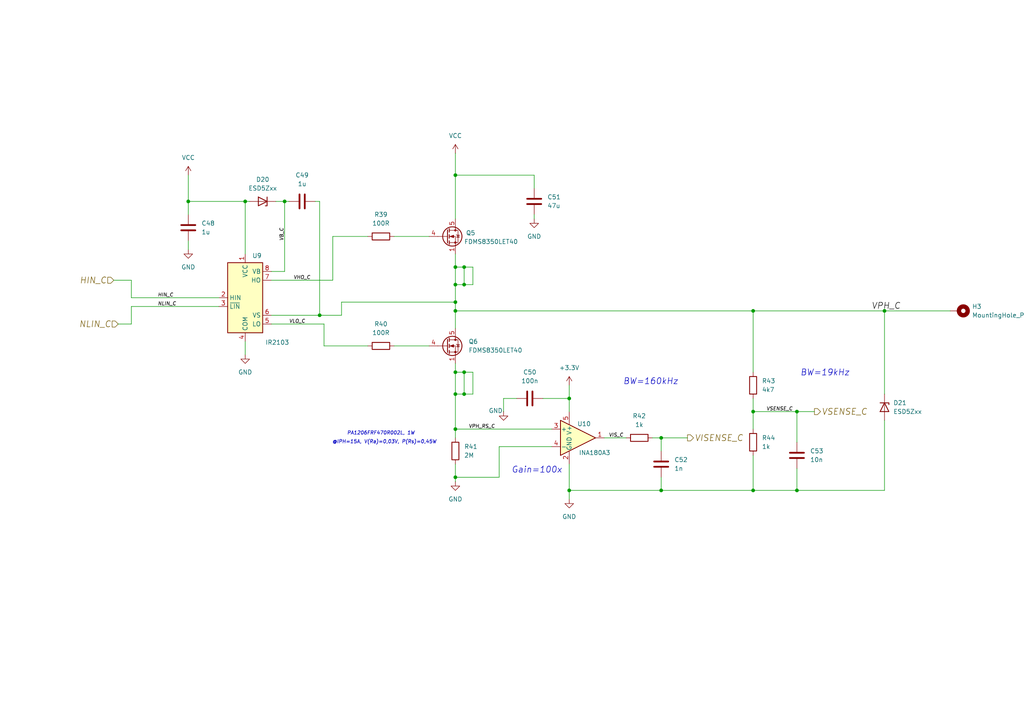
<source format=kicad_sch>
(kicad_sch
	(version 20231120)
	(generator "eeschema")
	(generator_version "8.0")
	(uuid "380e6e47-b5c3-4927-a0f5-8477728c2ec7")
	(paper "A4")
	(lib_symbols
		(symbol "Amplifier_Current:INA180A3"
			(pin_names
				(offset 0.127)
			)
			(exclude_from_sim no)
			(in_bom yes)
			(on_board yes)
			(property "Reference" "U"
				(at 3.81 3.81 0)
				(effects
					(font
						(size 1.27 1.27)
					)
					(justify left)
				)
			)
			(property "Value" "INA180A3"
				(at 3.81 -2.54 0)
				(effects
					(font
						(size 1.27 1.27)
					)
					(justify left)
				)
			)
			(property "Footprint" "Package_TO_SOT_SMD:SOT-23-5"
				(at 1.27 1.27 0)
				(effects
					(font
						(size 1.27 1.27)
					)
					(hide yes)
				)
			)
			(property "Datasheet" "http://www.ti.com/lit/ds/symlink/ina180.pdf"
				(at 3.81 3.81 0)
				(effects
					(font
						(size 1.27 1.27)
					)
					(hide yes)
				)
			)
			(property "Description" "Current Sense Amplifier, 1 Circuit, Rail-to-Rail, 26V, Gain 100 V/V, SOT-23-5"
				(at 0 0 0)
				(effects
					(font
						(size 1.27 1.27)
					)
					(hide yes)
				)
			)
			(property "ki_keywords" "current monitor shunt sensor"
				(at 0 0 0)
				(effects
					(font
						(size 1.27 1.27)
					)
					(hide yes)
				)
			)
			(property "ki_fp_filters" "SOT?23*"
				(at 0 0 0)
				(effects
					(font
						(size 1.27 1.27)
					)
					(hide yes)
				)
			)
			(symbol "INA180A3_0_1"
				(polyline
					(pts
						(xy 5.08 0) (xy -5.08 5.08) (xy -5.08 -5.08) (xy 5.08 0)
					)
					(stroke
						(width 0.254)
						(type default)
					)
					(fill
						(type background)
					)
				)
			)
			(symbol "INA180A3_1_1"
				(pin output line
					(at 7.62 0 180)
					(length 2.54)
					(name "~"
						(effects
							(font
								(size 1.27 1.27)
							)
						)
					)
					(number "1"
						(effects
							(font
								(size 1.27 1.27)
							)
						)
					)
				)
				(pin power_in line
					(at -2.54 -7.62 90)
					(length 3.81)
					(name "GND"
						(effects
							(font
								(size 1.27 1.27)
							)
						)
					)
					(number "2"
						(effects
							(font
								(size 1.27 1.27)
							)
						)
					)
				)
				(pin input line
					(at -7.62 2.54 0)
					(length 2.54)
					(name "+"
						(effects
							(font
								(size 1.27 1.27)
							)
						)
					)
					(number "3"
						(effects
							(font
								(size 1.27 1.27)
							)
						)
					)
				)
				(pin input line
					(at -7.62 -2.54 0)
					(length 2.54)
					(name "-"
						(effects
							(font
								(size 1.27 1.27)
							)
						)
					)
					(number "4"
						(effects
							(font
								(size 1.27 1.27)
							)
						)
					)
				)
				(pin power_in line
					(at -2.54 7.62 270)
					(length 3.81)
					(name "V+"
						(effects
							(font
								(size 1.27 1.27)
							)
						)
					)
					(number "5"
						(effects
							(font
								(size 1.27 1.27)
							)
						)
					)
				)
			)
		)
		(symbol "Device:C"
			(pin_numbers hide)
			(pin_names
				(offset 0.254)
			)
			(exclude_from_sim no)
			(in_bom yes)
			(on_board yes)
			(property "Reference" "C"
				(at 0.635 2.54 0)
				(effects
					(font
						(size 1.27 1.27)
					)
					(justify left)
				)
			)
			(property "Value" "C"
				(at 0.635 -2.54 0)
				(effects
					(font
						(size 1.27 1.27)
					)
					(justify left)
				)
			)
			(property "Footprint" ""
				(at 0.9652 -3.81 0)
				(effects
					(font
						(size 1.27 1.27)
					)
					(hide yes)
				)
			)
			(property "Datasheet" "~"
				(at 0 0 0)
				(effects
					(font
						(size 1.27 1.27)
					)
					(hide yes)
				)
			)
			(property "Description" "Unpolarized capacitor"
				(at 0 0 0)
				(effects
					(font
						(size 1.27 1.27)
					)
					(hide yes)
				)
			)
			(property "ki_keywords" "cap capacitor"
				(at 0 0 0)
				(effects
					(font
						(size 1.27 1.27)
					)
					(hide yes)
				)
			)
			(property "ki_fp_filters" "C_*"
				(at 0 0 0)
				(effects
					(font
						(size 1.27 1.27)
					)
					(hide yes)
				)
			)
			(symbol "C_0_1"
				(polyline
					(pts
						(xy -2.032 -0.762) (xy 2.032 -0.762)
					)
					(stroke
						(width 0.508)
						(type default)
					)
					(fill
						(type none)
					)
				)
				(polyline
					(pts
						(xy -2.032 0.762) (xy 2.032 0.762)
					)
					(stroke
						(width 0.508)
						(type default)
					)
					(fill
						(type none)
					)
				)
			)
			(symbol "C_1_1"
				(pin passive line
					(at 0 3.81 270)
					(length 2.794)
					(name "~"
						(effects
							(font
								(size 1.27 1.27)
							)
						)
					)
					(number "1"
						(effects
							(font
								(size 1.27 1.27)
							)
						)
					)
				)
				(pin passive line
					(at 0 -3.81 90)
					(length 2.794)
					(name "~"
						(effects
							(font
								(size 1.27 1.27)
							)
						)
					)
					(number "2"
						(effects
							(font
								(size 1.27 1.27)
							)
						)
					)
				)
			)
		)
		(symbol "Device:R"
			(pin_numbers hide)
			(pin_names
				(offset 0)
			)
			(exclude_from_sim no)
			(in_bom yes)
			(on_board yes)
			(property "Reference" "R"
				(at 2.032 0 90)
				(effects
					(font
						(size 1.27 1.27)
					)
				)
			)
			(property "Value" "R"
				(at 0 0 90)
				(effects
					(font
						(size 1.27 1.27)
					)
				)
			)
			(property "Footprint" ""
				(at -1.778 0 90)
				(effects
					(font
						(size 1.27 1.27)
					)
					(hide yes)
				)
			)
			(property "Datasheet" "~"
				(at 0 0 0)
				(effects
					(font
						(size 1.27 1.27)
					)
					(hide yes)
				)
			)
			(property "Description" "Resistor"
				(at 0 0 0)
				(effects
					(font
						(size 1.27 1.27)
					)
					(hide yes)
				)
			)
			(property "ki_keywords" "R res resistor"
				(at 0 0 0)
				(effects
					(font
						(size 1.27 1.27)
					)
					(hide yes)
				)
			)
			(property "ki_fp_filters" "R_*"
				(at 0 0 0)
				(effects
					(font
						(size 1.27 1.27)
					)
					(hide yes)
				)
			)
			(symbol "R_0_1"
				(rectangle
					(start -1.016 -2.54)
					(end 1.016 2.54)
					(stroke
						(width 0.254)
						(type default)
					)
					(fill
						(type none)
					)
				)
			)
			(symbol "R_1_1"
				(pin passive line
					(at 0 3.81 270)
					(length 1.27)
					(name "~"
						(effects
							(font
								(size 1.27 1.27)
							)
						)
					)
					(number "1"
						(effects
							(font
								(size 1.27 1.27)
							)
						)
					)
				)
				(pin passive line
					(at 0 -3.81 90)
					(length 1.27)
					(name "~"
						(effects
							(font
								(size 1.27 1.27)
							)
						)
					)
					(number "2"
						(effects
							(font
								(size 1.27 1.27)
							)
						)
					)
				)
			)
		)
		(symbol "Diode:ESD5Zxx"
			(pin_numbers hide)
			(pin_names hide)
			(exclude_from_sim no)
			(in_bom yes)
			(on_board yes)
			(property "Reference" "D"
				(at 0 2.54 0)
				(effects
					(font
						(size 1.27 1.27)
					)
				)
			)
			(property "Value" "ESD5Zxx"
				(at 0 -2.54 0)
				(effects
					(font
						(size 1.27 1.27)
					)
				)
			)
			(property "Footprint" "Diode_SMD:D_SOD-523"
				(at 0 -4.445 0)
				(effects
					(font
						(size 1.27 1.27)
					)
					(hide yes)
				)
			)
			(property "Datasheet" "https://www.onsemi.com/pdf/datasheet/esd5z2.5t1-d.pdf"
				(at 0 0 0)
				(effects
					(font
						(size 1.27 1.27)
					)
					(hide yes)
				)
			)
			(property "Description" "ESD Protection Diode, SOD-523"
				(at 0 0 0)
				(effects
					(font
						(size 1.27 1.27)
					)
					(hide yes)
				)
			)
			(property "ki_keywords" "esd tvs unidirectional diode"
				(at 0 0 0)
				(effects
					(font
						(size 1.27 1.27)
					)
					(hide yes)
				)
			)
			(property "ki_fp_filters" "D?SOD?523*"
				(at 0 0 0)
				(effects
					(font
						(size 1.27 1.27)
					)
					(hide yes)
				)
			)
			(symbol "ESD5Zxx_0_1"
				(polyline
					(pts
						(xy 1.27 0) (xy -1.27 0)
					)
					(stroke
						(width 0)
						(type default)
					)
					(fill
						(type none)
					)
				)
				(polyline
					(pts
						(xy -1.27 -1.27) (xy -1.27 1.27) (xy -0.762 1.27)
					)
					(stroke
						(width 0.254)
						(type default)
					)
					(fill
						(type none)
					)
				)
				(polyline
					(pts
						(xy 1.27 -1.27) (xy 1.27 1.27) (xy -1.27 0) (xy 1.27 -1.27)
					)
					(stroke
						(width 0.254)
						(type default)
					)
					(fill
						(type none)
					)
				)
			)
			(symbol "ESD5Zxx_1_1"
				(pin passive line
					(at -3.81 0 0)
					(length 2.54)
					(name "K"
						(effects
							(font
								(size 1.27 1.27)
							)
						)
					)
					(number "1"
						(effects
							(font
								(size 1.27 1.27)
							)
						)
					)
				)
				(pin passive line
					(at 3.81 0 180)
					(length 2.54)
					(name "A"
						(effects
							(font
								(size 1.27 1.27)
							)
						)
					)
					(number "2"
						(effects
							(font
								(size 1.27 1.27)
							)
						)
					)
				)
			)
		)
		(symbol "Driver_FET:IR2103"
			(exclude_from_sim no)
			(in_bom yes)
			(on_board yes)
			(property "Reference" "U"
				(at 1.27 13.335 0)
				(effects
					(font
						(size 1.27 1.27)
					)
					(justify left)
				)
			)
			(property "Value" "IR2103"
				(at 1.27 11.43 0)
				(effects
					(font
						(size 1.27 1.27)
					)
					(justify left)
				)
			)
			(property "Footprint" ""
				(at 0 0 0)
				(effects
					(font
						(size 1.27 1.27)
						(italic yes)
					)
					(hide yes)
				)
			)
			(property "Datasheet" "https://www.infineon.com/dgdl/ir2103.pdf?fileId=5546d462533600a4015355c7b54b166f"
				(at 0 0 0)
				(effects
					(font
						(size 1.27 1.27)
					)
					(hide yes)
				)
			)
			(property "Description" "Half-Bridge Driver, 600V, 210/360mA, PDIP-8/SOIC-8"
				(at 0 0 0)
				(effects
					(font
						(size 1.27 1.27)
					)
					(hide yes)
				)
			)
			(property "ki_keywords" "Gate Driver"
				(at 0 0 0)
				(effects
					(font
						(size 1.27 1.27)
					)
					(hide yes)
				)
			)
			(property "ki_fp_filters" "SOIC*3.9x4.9mm*P1.27mm* DIP*W7.62mm*"
				(at 0 0 0)
				(effects
					(font
						(size 1.27 1.27)
					)
					(hide yes)
				)
			)
			(symbol "IR2103_0_1"
				(rectangle
					(start -5.08 -10.16)
					(end 5.08 10.16)
					(stroke
						(width 0.254)
						(type default)
					)
					(fill
						(type background)
					)
				)
			)
			(symbol "IR2103_1_1"
				(pin power_in line
					(at 0 12.7 270)
					(length 2.54)
					(name "VCC"
						(effects
							(font
								(size 1.27 1.27)
							)
						)
					)
					(number "1"
						(effects
							(font
								(size 1.27 1.27)
							)
						)
					)
				)
				(pin input line
					(at -7.62 0 0)
					(length 2.54)
					(name "HIN"
						(effects
							(font
								(size 1.27 1.27)
							)
						)
					)
					(number "2"
						(effects
							(font
								(size 1.27 1.27)
							)
						)
					)
				)
				(pin input line
					(at -7.62 -2.54 0)
					(length 2.54)
					(name "~{LIN}"
						(effects
							(font
								(size 1.27 1.27)
							)
						)
					)
					(number "3"
						(effects
							(font
								(size 1.27 1.27)
							)
						)
					)
				)
				(pin power_in line
					(at 0 -12.7 90)
					(length 2.54)
					(name "COM"
						(effects
							(font
								(size 1.27 1.27)
							)
						)
					)
					(number "4"
						(effects
							(font
								(size 1.27 1.27)
							)
						)
					)
				)
				(pin output line
					(at 7.62 -7.62 180)
					(length 2.54)
					(name "LO"
						(effects
							(font
								(size 1.27 1.27)
							)
						)
					)
					(number "5"
						(effects
							(font
								(size 1.27 1.27)
							)
						)
					)
				)
				(pin passive line
					(at 7.62 -5.08 180)
					(length 2.54)
					(name "VS"
						(effects
							(font
								(size 1.27 1.27)
							)
						)
					)
					(number "6"
						(effects
							(font
								(size 1.27 1.27)
							)
						)
					)
				)
				(pin output line
					(at 7.62 5.08 180)
					(length 2.54)
					(name "HO"
						(effects
							(font
								(size 1.27 1.27)
							)
						)
					)
					(number "7"
						(effects
							(font
								(size 1.27 1.27)
							)
						)
					)
				)
				(pin passive line
					(at 7.62 7.62 180)
					(length 2.54)
					(name "VB"
						(effects
							(font
								(size 1.27 1.27)
							)
						)
					)
					(number "8"
						(effects
							(font
								(size 1.27 1.27)
							)
						)
					)
				)
			)
		)
		(symbol "Mechanical:MountingHole_Pad"
			(pin_numbers hide)
			(pin_names
				(offset 1.016) hide)
			(exclude_from_sim yes)
			(in_bom no)
			(on_board yes)
			(property "Reference" "H"
				(at 0 6.35 0)
				(effects
					(font
						(size 1.27 1.27)
					)
				)
			)
			(property "Value" "MountingHole_Pad"
				(at 0 4.445 0)
				(effects
					(font
						(size 1.27 1.27)
					)
				)
			)
			(property "Footprint" ""
				(at 0 0 0)
				(effects
					(font
						(size 1.27 1.27)
					)
					(hide yes)
				)
			)
			(property "Datasheet" "~"
				(at 0 0 0)
				(effects
					(font
						(size 1.27 1.27)
					)
					(hide yes)
				)
			)
			(property "Description" "Mounting Hole with connection"
				(at 0 0 0)
				(effects
					(font
						(size 1.27 1.27)
					)
					(hide yes)
				)
			)
			(property "ki_keywords" "mounting hole"
				(at 0 0 0)
				(effects
					(font
						(size 1.27 1.27)
					)
					(hide yes)
				)
			)
			(property "ki_fp_filters" "MountingHole*Pad*"
				(at 0 0 0)
				(effects
					(font
						(size 1.27 1.27)
					)
					(hide yes)
				)
			)
			(symbol "MountingHole_Pad_0_1"
				(circle
					(center 0 1.27)
					(radius 1.27)
					(stroke
						(width 1.27)
						(type default)
					)
					(fill
						(type none)
					)
				)
			)
			(symbol "MountingHole_Pad_1_1"
				(pin input line
					(at 0 -2.54 90)
					(length 2.54)
					(name "1"
						(effects
							(font
								(size 1.27 1.27)
							)
						)
					)
					(number "1"
						(effects
							(font
								(size 1.27 1.27)
							)
						)
					)
				)
			)
		)
		(symbol "Transistor_FET:FDMS8350LET40"
			(pin_names hide)
			(exclude_from_sim no)
			(in_bom yes)
			(on_board yes)
			(property "Reference" "Q"
				(at 5.08 1.905 0)
				(effects
					(font
						(size 1.27 1.27)
					)
					(justify left)
				)
			)
			(property "Value" "FDMS8350LET40"
				(at 5.08 0 0)
				(effects
					(font
						(size 1.27 1.27)
					)
					(justify left)
				)
			)
			(property "Footprint" "Package_TO_SOT_SMD:TDSON-8-1"
				(at 5.08 -1.905 0)
				(effects
					(font
						(size 1.27 1.27)
						(italic yes)
					)
					(justify left)
					(hide yes)
				)
			)
			(property "Datasheet" "https://www.onsemi.com/pub/Collateral/FDMS8350LET40-D.pdf"
				(at 5.08 -3.81 0)
				(effects
					(font
						(size 1.27 1.27)
					)
					(justify left)
					(hide yes)
				)
			)
			(property "Description" "49A Id, 40V Vds, N-Channel PowerTrench MOSFET, 0.85mOhm Ron, 242nC Qgmax, -55 to 175 °C, 5x6mm SON8"
				(at 0 0 0)
				(effects
					(font
						(size 1.27 1.27)
					)
					(hide yes)
				)
			)
			(property "ki_keywords" "powertrench-MOSFET MOSFET fairchild"
				(at 0 0 0)
				(effects
					(font
						(size 1.27 1.27)
					)
					(hide yes)
				)
			)
			(property "ki_fp_filters" "TDSON*"
				(at 0 0 0)
				(effects
					(font
						(size 1.27 1.27)
					)
					(hide yes)
				)
			)
			(symbol "FDMS8350LET40_0_1"
				(polyline
					(pts
						(xy 0.254 0) (xy -2.54 0)
					)
					(stroke
						(width 0)
						(type default)
					)
					(fill
						(type none)
					)
				)
				(polyline
					(pts
						(xy 0.254 1.905) (xy 0.254 -1.905)
					)
					(stroke
						(width 0.254)
						(type default)
					)
					(fill
						(type none)
					)
				)
				(polyline
					(pts
						(xy 0.762 -1.27) (xy 0.762 -2.286)
					)
					(stroke
						(width 0.254)
						(type default)
					)
					(fill
						(type none)
					)
				)
				(polyline
					(pts
						(xy 0.762 0.508) (xy 0.762 -0.508)
					)
					(stroke
						(width 0.254)
						(type default)
					)
					(fill
						(type none)
					)
				)
				(polyline
					(pts
						(xy 0.762 2.286) (xy 0.762 1.27)
					)
					(stroke
						(width 0.254)
						(type default)
					)
					(fill
						(type none)
					)
				)
				(polyline
					(pts
						(xy 2.54 2.54) (xy 2.54 1.778)
					)
					(stroke
						(width 0)
						(type default)
					)
					(fill
						(type none)
					)
				)
				(polyline
					(pts
						(xy 2.54 -2.54) (xy 2.54 0) (xy 0.762 0)
					)
					(stroke
						(width 0)
						(type default)
					)
					(fill
						(type none)
					)
				)
				(polyline
					(pts
						(xy 0.762 -1.778) (xy 3.302 -1.778) (xy 3.302 1.778) (xy 0.762 1.778)
					)
					(stroke
						(width 0)
						(type default)
					)
					(fill
						(type none)
					)
				)
				(polyline
					(pts
						(xy 1.016 0) (xy 2.032 0.381) (xy 2.032 -0.381) (xy 1.016 0)
					)
					(stroke
						(width 0)
						(type default)
					)
					(fill
						(type outline)
					)
				)
				(polyline
					(pts
						(xy 2.794 0.508) (xy 2.921 0.381) (xy 3.683 0.381) (xy 3.81 0.254)
					)
					(stroke
						(width 0)
						(type default)
					)
					(fill
						(type none)
					)
				)
				(polyline
					(pts
						(xy 3.302 0.381) (xy 2.921 -0.254) (xy 3.683 -0.254) (xy 3.302 0.381)
					)
					(stroke
						(width 0)
						(type default)
					)
					(fill
						(type none)
					)
				)
				(circle
					(center 1.651 0)
					(radius 2.794)
					(stroke
						(width 0.254)
						(type default)
					)
					(fill
						(type none)
					)
				)
				(circle
					(center 2.54 -1.778)
					(radius 0.254)
					(stroke
						(width 0)
						(type default)
					)
					(fill
						(type outline)
					)
				)
				(circle
					(center 2.54 1.778)
					(radius 0.254)
					(stroke
						(width 0)
						(type default)
					)
					(fill
						(type outline)
					)
				)
			)
			(symbol "FDMS8350LET40_1_1"
				(pin passive line
					(at 2.54 -5.08 90)
					(length 2.54)
					(name "S"
						(effects
							(font
								(size 1.27 1.27)
							)
						)
					)
					(number "1"
						(effects
							(font
								(size 1.27 1.27)
							)
						)
					)
				)
				(pin passive line
					(at 2.54 -5.08 90)
					(length 2.54) hide
					(name "S"
						(effects
							(font
								(size 1.27 1.27)
							)
						)
					)
					(number "2"
						(effects
							(font
								(size 1.27 1.27)
							)
						)
					)
				)
				(pin passive line
					(at 2.54 -5.08 90)
					(length 2.54) hide
					(name "S"
						(effects
							(font
								(size 1.27 1.27)
							)
						)
					)
					(number "3"
						(effects
							(font
								(size 1.27 1.27)
							)
						)
					)
				)
				(pin passive line
					(at -5.08 0 0)
					(length 2.54)
					(name "G"
						(effects
							(font
								(size 1.27 1.27)
							)
						)
					)
					(number "4"
						(effects
							(font
								(size 1.27 1.27)
							)
						)
					)
				)
				(pin passive line
					(at 2.54 5.08 270)
					(length 2.54)
					(name "D"
						(effects
							(font
								(size 1.27 1.27)
							)
						)
					)
					(number "5"
						(effects
							(font
								(size 1.27 1.27)
							)
						)
					)
				)
			)
		)
		(symbol "power:+3.3V"
			(power)
			(pin_numbers hide)
			(pin_names
				(offset 0) hide)
			(exclude_from_sim no)
			(in_bom yes)
			(on_board yes)
			(property "Reference" "#PWR"
				(at 0 -3.81 0)
				(effects
					(font
						(size 1.27 1.27)
					)
					(hide yes)
				)
			)
			(property "Value" "+3.3V"
				(at 0 3.556 0)
				(effects
					(font
						(size 1.27 1.27)
					)
				)
			)
			(property "Footprint" ""
				(at 0 0 0)
				(effects
					(font
						(size 1.27 1.27)
					)
					(hide yes)
				)
			)
			(property "Datasheet" ""
				(at 0 0 0)
				(effects
					(font
						(size 1.27 1.27)
					)
					(hide yes)
				)
			)
			(property "Description" "Power symbol creates a global label with name \"+3.3V\""
				(at 0 0 0)
				(effects
					(font
						(size 1.27 1.27)
					)
					(hide yes)
				)
			)
			(property "ki_keywords" "global power"
				(at 0 0 0)
				(effects
					(font
						(size 1.27 1.27)
					)
					(hide yes)
				)
			)
			(symbol "+3.3V_0_1"
				(polyline
					(pts
						(xy -0.762 1.27) (xy 0 2.54)
					)
					(stroke
						(width 0)
						(type default)
					)
					(fill
						(type none)
					)
				)
				(polyline
					(pts
						(xy 0 0) (xy 0 2.54)
					)
					(stroke
						(width 0)
						(type default)
					)
					(fill
						(type none)
					)
				)
				(polyline
					(pts
						(xy 0 2.54) (xy 0.762 1.27)
					)
					(stroke
						(width 0)
						(type default)
					)
					(fill
						(type none)
					)
				)
			)
			(symbol "+3.3V_1_1"
				(pin power_in line
					(at 0 0 90)
					(length 0)
					(name "~"
						(effects
							(font
								(size 1.27 1.27)
							)
						)
					)
					(number "1"
						(effects
							(font
								(size 1.27 1.27)
							)
						)
					)
				)
			)
		)
		(symbol "power:GND"
			(power)
			(pin_numbers hide)
			(pin_names
				(offset 0) hide)
			(exclude_from_sim no)
			(in_bom yes)
			(on_board yes)
			(property "Reference" "#PWR"
				(at 0 -6.35 0)
				(effects
					(font
						(size 1.27 1.27)
					)
					(hide yes)
				)
			)
			(property "Value" "GND"
				(at 0 -3.81 0)
				(effects
					(font
						(size 1.27 1.27)
					)
				)
			)
			(property "Footprint" ""
				(at 0 0 0)
				(effects
					(font
						(size 1.27 1.27)
					)
					(hide yes)
				)
			)
			(property "Datasheet" ""
				(at 0 0 0)
				(effects
					(font
						(size 1.27 1.27)
					)
					(hide yes)
				)
			)
			(property "Description" "Power symbol creates a global label with name \"GND\" , ground"
				(at 0 0 0)
				(effects
					(font
						(size 1.27 1.27)
					)
					(hide yes)
				)
			)
			(property "ki_keywords" "global power"
				(at 0 0 0)
				(effects
					(font
						(size 1.27 1.27)
					)
					(hide yes)
				)
			)
			(symbol "GND_0_1"
				(polyline
					(pts
						(xy 0 0) (xy 0 -1.27) (xy 1.27 -1.27) (xy 0 -2.54) (xy -1.27 -1.27) (xy 0 -1.27)
					)
					(stroke
						(width 0)
						(type default)
					)
					(fill
						(type none)
					)
				)
			)
			(symbol "GND_1_1"
				(pin power_in line
					(at 0 0 270)
					(length 0)
					(name "~"
						(effects
							(font
								(size 1.27 1.27)
							)
						)
					)
					(number "1"
						(effects
							(font
								(size 1.27 1.27)
							)
						)
					)
				)
			)
		)
		(symbol "power:VCC"
			(power)
			(pin_numbers hide)
			(pin_names
				(offset 0) hide)
			(exclude_from_sim no)
			(in_bom yes)
			(on_board yes)
			(property "Reference" "#PWR"
				(at 0 -3.81 0)
				(effects
					(font
						(size 1.27 1.27)
					)
					(hide yes)
				)
			)
			(property "Value" "VCC"
				(at 0 3.556 0)
				(effects
					(font
						(size 1.27 1.27)
					)
				)
			)
			(property "Footprint" ""
				(at 0 0 0)
				(effects
					(font
						(size 1.27 1.27)
					)
					(hide yes)
				)
			)
			(property "Datasheet" ""
				(at 0 0 0)
				(effects
					(font
						(size 1.27 1.27)
					)
					(hide yes)
				)
			)
			(property "Description" "Power symbol creates a global label with name \"VCC\""
				(at 0 0 0)
				(effects
					(font
						(size 1.27 1.27)
					)
					(hide yes)
				)
			)
			(property "ki_keywords" "global power"
				(at 0 0 0)
				(effects
					(font
						(size 1.27 1.27)
					)
					(hide yes)
				)
			)
			(symbol "VCC_0_1"
				(polyline
					(pts
						(xy -0.762 1.27) (xy 0 2.54)
					)
					(stroke
						(width 0)
						(type default)
					)
					(fill
						(type none)
					)
				)
				(polyline
					(pts
						(xy 0 0) (xy 0 2.54)
					)
					(stroke
						(width 0)
						(type default)
					)
					(fill
						(type none)
					)
				)
				(polyline
					(pts
						(xy 0 2.54) (xy 0.762 1.27)
					)
					(stroke
						(width 0)
						(type default)
					)
					(fill
						(type none)
					)
				)
			)
			(symbol "VCC_1_1"
				(pin power_in line
					(at 0 0 90)
					(length 0)
					(name "~"
						(effects
							(font
								(size 1.27 1.27)
							)
						)
					)
					(number "1"
						(effects
							(font
								(size 1.27 1.27)
							)
						)
					)
				)
			)
		)
	)
	(junction
		(at 82.55 58.42)
		(diameter 0)
		(color 0 0 0 0)
		(uuid "1b08e138-de66-4d12-8562-c37838659694")
	)
	(junction
		(at 165.1 142.24)
		(diameter 0)
		(color 0 0 0 0)
		(uuid "1cc9bad2-1460-4065-b15f-5786db35a4c0")
	)
	(junction
		(at 134.62 107.95)
		(diameter 0)
		(color 0 0 0 0)
		(uuid "28d7d358-eebc-4d95-b5fd-028c1879a085")
	)
	(junction
		(at 134.62 77.47)
		(diameter 0)
		(color 0 0 0 0)
		(uuid "3cf6cc9b-607b-461b-9d44-486cd2b9b9c7")
	)
	(junction
		(at 54.61 58.42)
		(diameter 0)
		(color 0 0 0 0)
		(uuid "53fe3a57-cf79-49f2-a721-383715180b70")
	)
	(junction
		(at 132.08 50.8)
		(diameter 0)
		(color 0 0 0 0)
		(uuid "57bc08d0-4495-4bac-8d1f-a4ba9cf37f9a")
	)
	(junction
		(at 132.08 107.95)
		(diameter 0)
		(color 0 0 0 0)
		(uuid "59b52218-9d75-4d34-b782-a032fa26f511")
	)
	(junction
		(at 191.77 142.24)
		(diameter 0)
		(color 0 0 0 0)
		(uuid "672d7cf8-6a0e-4dbe-af70-4bb74434af0a")
	)
	(junction
		(at 218.44 90.17)
		(diameter 0)
		(color 0 0 0 0)
		(uuid "78515282-4921-461e-893e-c5d770c25d41")
	)
	(junction
		(at 231.14 119.38)
		(diameter 0)
		(color 0 0 0 0)
		(uuid "7aa3a9dd-5a7c-4706-aa39-30b0cfd99354")
	)
	(junction
		(at 134.62 82.55)
		(diameter 0)
		(color 0 0 0 0)
		(uuid "85135b13-f478-4dfc-881c-2d2fab7a17b9")
	)
	(junction
		(at 256.54 90.17)
		(diameter 0)
		(color 0 0 0 0)
		(uuid "a2167a12-5a9e-426c-bfea-4ffe241e54a4")
	)
	(junction
		(at 132.08 82.55)
		(diameter 0)
		(color 0 0 0 0)
		(uuid "a49265d5-31bc-4894-9c8c-9f8a5c2b9c35")
	)
	(junction
		(at 132.08 87.63)
		(diameter 0)
		(color 0 0 0 0)
		(uuid "ad4d5dc7-e0c1-4622-9dd9-5dfa11dea9ec")
	)
	(junction
		(at 132.08 138.43)
		(diameter 0)
		(color 0 0 0 0)
		(uuid "b9b80378-a684-46eb-94e3-9b65c01baf46")
	)
	(junction
		(at 132.08 90.17)
		(diameter 0)
		(color 0 0 0 0)
		(uuid "c1d7ecd9-67b9-4ef7-9973-343860007049")
	)
	(junction
		(at 132.08 124.46)
		(diameter 0)
		(color 0 0 0 0)
		(uuid "c5b21403-68ef-4b82-a953-5f95899a9d25")
	)
	(junction
		(at 132.08 77.47)
		(diameter 0)
		(color 0 0 0 0)
		(uuid "cc45d291-5044-4e13-ad30-14c90e8c9738")
	)
	(junction
		(at 134.62 114.3)
		(diameter 0)
		(color 0 0 0 0)
		(uuid "d1205659-20c4-4071-9f0c-68d8edfa28d8")
	)
	(junction
		(at 218.44 119.38)
		(diameter 0)
		(color 0 0 0 0)
		(uuid "d91f3bf5-1a88-4c2b-934e-9b4a5d47f3e3")
	)
	(junction
		(at 132.08 114.3)
		(diameter 0)
		(color 0 0 0 0)
		(uuid "dbc29bf5-5e1f-4cfe-990b-7f7c33271fc9")
	)
	(junction
		(at 218.44 142.24)
		(diameter 0)
		(color 0 0 0 0)
		(uuid "e179791d-1d7b-46d1-a9b3-7285e1f00552")
	)
	(junction
		(at 165.1 115.57)
		(diameter 0)
		(color 0 0 0 0)
		(uuid "ea4d05f1-d32a-429b-89ce-027299aed520")
	)
	(junction
		(at 191.77 127)
		(diameter 0)
		(color 0 0 0 0)
		(uuid "eba085ea-4a88-4c81-adce-e99c966ba4eb")
	)
	(junction
		(at 231.14 142.24)
		(diameter 0)
		(color 0 0 0 0)
		(uuid "ed0c4ded-5579-4fed-a798-3a18742107e0")
	)
	(junction
		(at 71.12 58.42)
		(diameter 0)
		(color 0 0 0 0)
		(uuid "f909d63b-1558-4001-9e33-c1fb7e66c1ee")
	)
	(junction
		(at 92.71 91.44)
		(diameter 0)
		(color 0 0 0 0)
		(uuid "f9bc29f7-bc1a-4a1d-a995-2eb0d14e3c92")
	)
	(wire
		(pts
			(xy 137.16 114.3) (xy 134.62 114.3)
		)
		(stroke
			(width 0)
			(type default)
		)
		(uuid "01612120-f2e8-4f73-b57b-8ba6971bcddc")
	)
	(wire
		(pts
			(xy 134.62 82.55) (xy 132.08 82.55)
		)
		(stroke
			(width 0)
			(type default)
		)
		(uuid "01cf1b93-0f3a-4758-82fe-cc61568cad84")
	)
	(wire
		(pts
			(xy 137.16 82.55) (xy 134.62 82.55)
		)
		(stroke
			(width 0)
			(type default)
		)
		(uuid "0229e1b6-51d9-4537-bd11-37f625bf6ba3")
	)
	(wire
		(pts
			(xy 71.12 99.06) (xy 71.12 102.87)
		)
		(stroke
			(width 0)
			(type default)
		)
		(uuid "047ed9b0-58ce-4205-b9c0-78c181014f86")
	)
	(wire
		(pts
			(xy 134.62 114.3) (xy 132.08 114.3)
		)
		(stroke
			(width 0)
			(type default)
		)
		(uuid "052e00aa-9370-4d80-a57c-2922d95a4543")
	)
	(wire
		(pts
			(xy 231.14 119.38) (xy 231.14 128.27)
		)
		(stroke
			(width 0)
			(type default)
		)
		(uuid "06e0579b-3d6c-4e61-8da5-a976ec5c629b")
	)
	(wire
		(pts
			(xy 160.02 129.54) (xy 144.78 129.54)
		)
		(stroke
			(width 0)
			(type default)
		)
		(uuid "071a96db-aba5-4c22-8bfd-e24c3591a518")
	)
	(wire
		(pts
			(xy 93.98 100.33) (xy 106.68 100.33)
		)
		(stroke
			(width 0)
			(type default)
		)
		(uuid "08235367-fa80-4664-b706-c3795072fc42")
	)
	(wire
		(pts
			(xy 132.08 90.17) (xy 132.08 95.25)
		)
		(stroke
			(width 0)
			(type default)
		)
		(uuid "087c181a-403c-42ce-b2b0-04c474da15d4")
	)
	(wire
		(pts
			(xy 231.14 135.89) (xy 231.14 142.24)
		)
		(stroke
			(width 0)
			(type default)
		)
		(uuid "08805156-de6f-49e8-9157-c8187c09417e")
	)
	(wire
		(pts
			(xy 218.44 119.38) (xy 218.44 124.46)
		)
		(stroke
			(width 0)
			(type default)
		)
		(uuid "0cc8edb4-d6e4-4928-a6f6-bf0c7401f246")
	)
	(wire
		(pts
			(xy 80.01 58.42) (xy 82.55 58.42)
		)
		(stroke
			(width 0)
			(type default)
		)
		(uuid "10cf2cc7-1bb7-48ea-970c-8f3cf8b4a1d7")
	)
	(wire
		(pts
			(xy 132.08 90.17) (xy 218.44 90.17)
		)
		(stroke
			(width 0)
			(type default)
		)
		(uuid "11eaeba4-86c2-4fbe-bc95-9180e8c717fb")
	)
	(wire
		(pts
			(xy 34.29 93.98) (xy 38.1 93.98)
		)
		(stroke
			(width 0)
			(type default)
		)
		(uuid "134025a2-aa84-4813-9c62-27f53746a10c")
	)
	(wire
		(pts
			(xy 132.08 73.66) (xy 132.08 77.47)
		)
		(stroke
			(width 0)
			(type default)
		)
		(uuid "18973dc1-9cf6-44a3-abaf-e367b3fc553c")
	)
	(wire
		(pts
			(xy 92.71 58.42) (xy 91.44 58.42)
		)
		(stroke
			(width 0)
			(type default)
		)
		(uuid "1a27bb9e-a74a-43fe-aad0-f6d1aa609864")
	)
	(wire
		(pts
			(xy 78.74 91.44) (xy 92.71 91.44)
		)
		(stroke
			(width 0)
			(type default)
		)
		(uuid "1c2180ca-9e85-4dcb-a5f7-54fc15f3feb1")
	)
	(wire
		(pts
			(xy 99.06 87.63) (xy 132.08 87.63)
		)
		(stroke
			(width 0)
			(type default)
		)
		(uuid "200cdd3e-4b71-4afa-824f-0cf387b66513")
	)
	(wire
		(pts
			(xy 93.98 93.98) (xy 93.98 100.33)
		)
		(stroke
			(width 0)
			(type default)
		)
		(uuid "2674ebd6-a36e-4170-a994-47a176647d3f")
	)
	(wire
		(pts
			(xy 132.08 44.45) (xy 132.08 50.8)
		)
		(stroke
			(width 0)
			(type default)
		)
		(uuid "2827e326-a5f2-48b2-af52-56c53d97c038")
	)
	(wire
		(pts
			(xy 38.1 88.9) (xy 63.5 88.9)
		)
		(stroke
			(width 0)
			(type default)
		)
		(uuid "298de118-b526-4ca4-b404-991d96cd893e")
	)
	(wire
		(pts
			(xy 54.61 69.85) (xy 54.61 72.39)
		)
		(stroke
			(width 0)
			(type default)
		)
		(uuid "2b565984-26cc-4f3b-a21a-28a6cfebcc28")
	)
	(wire
		(pts
			(xy 82.55 78.74) (xy 82.55 58.42)
		)
		(stroke
			(width 0)
			(type default)
		)
		(uuid "2c09d803-5c80-4a24-a301-94a3e5ea67bc")
	)
	(wire
		(pts
			(xy 154.94 50.8) (xy 132.08 50.8)
		)
		(stroke
			(width 0)
			(type default)
		)
		(uuid "2dbee4f1-2b12-4d82-9d75-38e0e9eb93bc")
	)
	(wire
		(pts
			(xy 132.08 107.95) (xy 134.62 107.95)
		)
		(stroke
			(width 0)
			(type default)
		)
		(uuid "2ee18f13-8bc7-4ee2-af24-c642340be2ef")
	)
	(wire
		(pts
			(xy 71.12 58.42) (xy 72.39 58.42)
		)
		(stroke
			(width 0)
			(type default)
		)
		(uuid "2f77673e-c199-4020-b284-42751d67d529")
	)
	(wire
		(pts
			(xy 99.06 87.63) (xy 99.06 91.44)
		)
		(stroke
			(width 0)
			(type default)
		)
		(uuid "34c327bc-963c-46a2-a85c-0136d70e6aa4")
	)
	(wire
		(pts
			(xy 134.62 107.95) (xy 134.62 114.3)
		)
		(stroke
			(width 0)
			(type default)
		)
		(uuid "364da02e-8009-44ed-8899-5d4aaa0e57e9")
	)
	(wire
		(pts
			(xy 54.61 62.23) (xy 54.61 58.42)
		)
		(stroke
			(width 0)
			(type default)
		)
		(uuid "392de7a3-7127-43e3-a8ed-a45fb536da81")
	)
	(wire
		(pts
			(xy 134.62 77.47) (xy 134.62 82.55)
		)
		(stroke
			(width 0)
			(type default)
		)
		(uuid "3d6653f3-be7d-4576-bdeb-e34cf353076e")
	)
	(wire
		(pts
			(xy 134.62 77.47) (xy 137.16 77.47)
		)
		(stroke
			(width 0)
			(type default)
		)
		(uuid "3fc811d5-3ca1-4efc-9ba0-b000a112da58")
	)
	(wire
		(pts
			(xy 154.94 54.61) (xy 154.94 50.8)
		)
		(stroke
			(width 0)
			(type default)
		)
		(uuid "42be12b7-2a21-4c91-b953-d9f769c9a72d")
	)
	(wire
		(pts
			(xy 38.1 93.98) (xy 38.1 88.9)
		)
		(stroke
			(width 0)
			(type default)
		)
		(uuid "43d311f2-4304-4aa5-9c37-a769e40f8180")
	)
	(wire
		(pts
			(xy 256.54 90.17) (xy 256.54 114.3)
		)
		(stroke
			(width 0)
			(type default)
		)
		(uuid "4414be9d-c2ee-446b-8eca-b3356cd1c56f")
	)
	(wire
		(pts
			(xy 154.94 62.23) (xy 154.94 63.5)
		)
		(stroke
			(width 0)
			(type default)
		)
		(uuid "45481217-1c2d-4835-9918-3e1dcf0ab8aa")
	)
	(wire
		(pts
			(xy 144.78 129.54) (xy 144.78 138.43)
		)
		(stroke
			(width 0)
			(type default)
		)
		(uuid "47070876-48c3-4e8f-8762-269f8ec72350")
	)
	(wire
		(pts
			(xy 191.77 127) (xy 191.77 130.81)
		)
		(stroke
			(width 0)
			(type default)
		)
		(uuid "47b7b84a-4f6d-4ff5-a772-9599f3a3a81a")
	)
	(wire
		(pts
			(xy 132.08 134.62) (xy 132.08 138.43)
		)
		(stroke
			(width 0)
			(type default)
		)
		(uuid "47e32387-c974-4376-9b73-68d743706c70")
	)
	(wire
		(pts
			(xy 132.08 124.46) (xy 132.08 127)
		)
		(stroke
			(width 0)
			(type default)
		)
		(uuid "4c185c86-77da-44ce-9868-3665923adffe")
	)
	(wire
		(pts
			(xy 71.12 73.66) (xy 71.12 58.42)
		)
		(stroke
			(width 0)
			(type default)
		)
		(uuid "52278e36-fa7c-4dff-85ad-e5fa49528093")
	)
	(wire
		(pts
			(xy 92.71 58.42) (xy 92.71 91.44)
		)
		(stroke
			(width 0)
			(type default)
		)
		(uuid "53102d15-1012-4039-88ed-eceabf6807aa")
	)
	(wire
		(pts
			(xy 218.44 115.57) (xy 218.44 119.38)
		)
		(stroke
			(width 0)
			(type default)
		)
		(uuid "53dcf133-5e1f-4453-bf89-43371950e851")
	)
	(wire
		(pts
			(xy 78.74 81.28) (xy 96.52 81.28)
		)
		(stroke
			(width 0)
			(type default)
		)
		(uuid "584405af-07d5-4af7-b0cb-38ee471d7987")
	)
	(wire
		(pts
			(xy 137.16 77.47) (xy 137.16 82.55)
		)
		(stroke
			(width 0)
			(type default)
		)
		(uuid "5b7fb432-d268-408e-885c-4cf62cba7bfa")
	)
	(wire
		(pts
			(xy 132.08 138.43) (xy 132.08 139.7)
		)
		(stroke
			(width 0)
			(type default)
		)
		(uuid "5c7665ff-8493-4e0c-9037-d493220212c3")
	)
	(wire
		(pts
			(xy 191.77 127) (xy 199.39 127)
		)
		(stroke
			(width 0)
			(type default)
		)
		(uuid "5d71a5b0-cbb4-42fb-84cd-4aa8f85bd92c")
	)
	(wire
		(pts
			(xy 175.26 127) (xy 181.61 127)
		)
		(stroke
			(width 0)
			(type default)
		)
		(uuid "602fe13f-01aa-476c-b403-8ef86d5a0776")
	)
	(wire
		(pts
			(xy 96.52 68.58) (xy 106.68 68.58)
		)
		(stroke
			(width 0)
			(type default)
		)
		(uuid "62db99cc-4334-4b47-be40-6116f73db0e2")
	)
	(wire
		(pts
			(xy 218.44 90.17) (xy 256.54 90.17)
		)
		(stroke
			(width 0)
			(type default)
		)
		(uuid "6323fcc5-5d74-4d1e-b44e-ab2a9e74a976")
	)
	(wire
		(pts
			(xy 218.44 119.38) (xy 231.14 119.38)
		)
		(stroke
			(width 0)
			(type default)
		)
		(uuid "632a2805-1341-48b1-8372-a5afcfc1bb4d")
	)
	(wire
		(pts
			(xy 165.1 142.24) (xy 165.1 144.78)
		)
		(stroke
			(width 0)
			(type default)
		)
		(uuid "6406ae3f-03df-451d-9dcf-0d3143a9b8f4")
	)
	(wire
		(pts
			(xy 132.08 124.46) (xy 160.02 124.46)
		)
		(stroke
			(width 0)
			(type default)
		)
		(uuid "69610498-4915-49a8-94fd-4c5d046fcde6")
	)
	(wire
		(pts
			(xy 146.05 115.57) (xy 146.05 119.38)
		)
		(stroke
			(width 0)
			(type default)
		)
		(uuid "6e605d50-39ae-4e4f-bf84-14d65482b568")
	)
	(wire
		(pts
			(xy 191.77 138.43) (xy 191.77 142.24)
		)
		(stroke
			(width 0)
			(type default)
		)
		(uuid "6fe311f7-391d-4ad6-bf11-e2fd157cd43f")
	)
	(wire
		(pts
			(xy 231.14 119.38) (xy 236.22 119.38)
		)
		(stroke
			(width 0)
			(type default)
		)
		(uuid "71d5217a-ffec-4cba-98f6-0b9f4940a956")
	)
	(wire
		(pts
			(xy 132.08 114.3) (xy 132.08 124.46)
		)
		(stroke
			(width 0)
			(type default)
		)
		(uuid "730d05cc-bde8-466e-a3ab-543e1d610a68")
	)
	(wire
		(pts
			(xy 256.54 121.92) (xy 256.54 142.24)
		)
		(stroke
			(width 0)
			(type default)
		)
		(uuid "731b2c4e-b8ea-4c51-ad36-7e3938849b98")
	)
	(wire
		(pts
			(xy 165.1 134.62) (xy 165.1 142.24)
		)
		(stroke
			(width 0)
			(type default)
		)
		(uuid "7850a25a-546f-4ebc-bef0-249040701c6d")
	)
	(wire
		(pts
			(xy 132.08 107.95) (xy 132.08 114.3)
		)
		(stroke
			(width 0)
			(type default)
		)
		(uuid "7df91d2f-bd5c-419c-814f-694771b9ee22")
	)
	(wire
		(pts
			(xy 165.1 111.76) (xy 165.1 115.57)
		)
		(stroke
			(width 0)
			(type default)
		)
		(uuid "86f59440-5be8-4c0c-8951-a86f2e8979b8")
	)
	(wire
		(pts
			(xy 149.86 115.57) (xy 146.05 115.57)
		)
		(stroke
			(width 0)
			(type default)
		)
		(uuid "89f03c4d-faad-428a-86d8-aaee27c803cc")
	)
	(wire
		(pts
			(xy 132.08 50.8) (xy 132.08 63.5)
		)
		(stroke
			(width 0)
			(type default)
		)
		(uuid "8bf71434-5114-4ace-9ec3-b2a606f60e9e")
	)
	(wire
		(pts
			(xy 132.08 82.55) (xy 132.08 87.63)
		)
		(stroke
			(width 0)
			(type default)
		)
		(uuid "93553865-195b-4d06-b323-e126840415bf")
	)
	(wire
		(pts
			(xy 137.16 107.95) (xy 137.16 114.3)
		)
		(stroke
			(width 0)
			(type default)
		)
		(uuid "99e49101-abc0-4bf6-85b3-aafa9ce17d67")
	)
	(wire
		(pts
			(xy 114.3 100.33) (xy 124.46 100.33)
		)
		(stroke
			(width 0)
			(type default)
		)
		(uuid "9a9e11dd-7816-4e63-971b-4034737427f6")
	)
	(wire
		(pts
			(xy 92.71 91.44) (xy 99.06 91.44)
		)
		(stroke
			(width 0)
			(type default)
		)
		(uuid "9f2cc700-d375-49a4-9949-556cfd5f57a5")
	)
	(wire
		(pts
			(xy 165.1 119.38) (xy 165.1 115.57)
		)
		(stroke
			(width 0)
			(type default)
		)
		(uuid "9fababbd-a6ad-4349-a24d-9dacc3f38376")
	)
	(wire
		(pts
			(xy 132.08 77.47) (xy 132.08 82.55)
		)
		(stroke
			(width 0)
			(type default)
		)
		(uuid "a3b016d8-e687-4346-9544-3509eae2d4d0")
	)
	(wire
		(pts
			(xy 165.1 142.24) (xy 191.77 142.24)
		)
		(stroke
			(width 0)
			(type default)
		)
		(uuid "a96609ef-bd8b-42ef-9505-5e05acc587d3")
	)
	(wire
		(pts
			(xy 218.44 132.08) (xy 218.44 142.24)
		)
		(stroke
			(width 0)
			(type default)
		)
		(uuid "aa18d418-5cab-4f6d-941c-e7bb2a70b162")
	)
	(wire
		(pts
			(xy 231.14 142.24) (xy 256.54 142.24)
		)
		(stroke
			(width 0)
			(type default)
		)
		(uuid "aa763849-100d-47cb-bb4a-95166e092074")
	)
	(wire
		(pts
			(xy 54.61 58.42) (xy 71.12 58.42)
		)
		(stroke
			(width 0)
			(type default)
		)
		(uuid "aaa7423e-072a-4b83-a7a4-9e72c1b9f6db")
	)
	(wire
		(pts
			(xy 256.54 90.17) (xy 275.59 90.17)
		)
		(stroke
			(width 0)
			(type default)
		)
		(uuid "afa39405-cb8d-4f9f-95a0-9967ac31e977")
	)
	(wire
		(pts
			(xy 218.44 142.24) (xy 231.14 142.24)
		)
		(stroke
			(width 0)
			(type default)
		)
		(uuid "c0181b05-e94a-45ea-8b1d-0b1117e8d50d")
	)
	(wire
		(pts
			(xy 132.08 90.17) (xy 132.08 87.63)
		)
		(stroke
			(width 0)
			(type default)
		)
		(uuid "c0994481-aef3-4b3b-b4a5-6dea27b09b71")
	)
	(wire
		(pts
			(xy 38.1 86.36) (xy 63.5 86.36)
		)
		(stroke
			(width 0)
			(type default)
		)
		(uuid "c8ca9880-42cf-4c1d-bdc1-6cb00355bec1")
	)
	(wire
		(pts
			(xy 82.55 58.42) (xy 83.82 58.42)
		)
		(stroke
			(width 0)
			(type default)
		)
		(uuid "cc049d14-d94b-4ef5-b142-a2d863f9133b")
	)
	(wire
		(pts
			(xy 132.08 105.41) (xy 132.08 107.95)
		)
		(stroke
			(width 0)
			(type default)
		)
		(uuid "d1440c5a-033d-4171-9127-aa4c88758e45")
	)
	(wire
		(pts
			(xy 134.62 107.95) (xy 137.16 107.95)
		)
		(stroke
			(width 0)
			(type default)
		)
		(uuid "d7192f4b-4612-4db7-bdbd-274b9e673d95")
	)
	(wire
		(pts
			(xy 33.02 81.28) (xy 38.1 81.28)
		)
		(stroke
			(width 0)
			(type default)
		)
		(uuid "d9bf79d5-da70-49d1-b882-504dc1c40064")
	)
	(wire
		(pts
			(xy 132.08 77.47) (xy 134.62 77.47)
		)
		(stroke
			(width 0)
			(type default)
		)
		(uuid "e0368e03-ae08-4af8-bffc-e977b4a1f76b")
	)
	(wire
		(pts
			(xy 114.3 68.58) (xy 124.46 68.58)
		)
		(stroke
			(width 0)
			(type default)
		)
		(uuid "e25c1678-19c9-4e8d-888b-86f8d1c5ab09")
	)
	(wire
		(pts
			(xy 54.61 50.8) (xy 54.61 58.42)
		)
		(stroke
			(width 0)
			(type default)
		)
		(uuid "e2d1a49c-9358-4c2a-ac21-c242c3b45c40")
	)
	(wire
		(pts
			(xy 189.23 127) (xy 191.77 127)
		)
		(stroke
			(width 0)
			(type default)
		)
		(uuid "e3578ab2-dd37-49ab-8bdd-49d8fbdafa9b")
	)
	(wire
		(pts
			(xy 96.52 81.28) (xy 96.52 68.58)
		)
		(stroke
			(width 0)
			(type default)
		)
		(uuid "ec1a178a-5024-4c1e-9c96-3c2a7ebf9782")
	)
	(wire
		(pts
			(xy 144.78 138.43) (xy 132.08 138.43)
		)
		(stroke
			(width 0)
			(type default)
		)
		(uuid "ec485cc7-3d22-4422-9e06-ae6e3aa4e0f0")
	)
	(wire
		(pts
			(xy 165.1 115.57) (xy 157.48 115.57)
		)
		(stroke
			(width 0)
			(type default)
		)
		(uuid "ef6cf7b4-7d57-45bd-8415-645b36ac0164")
	)
	(wire
		(pts
			(xy 218.44 90.17) (xy 218.44 107.95)
		)
		(stroke
			(width 0)
			(type default)
		)
		(uuid "f009cc4c-dd83-4eeb-9020-1ca04697488b")
	)
	(wire
		(pts
			(xy 218.44 142.24) (xy 191.77 142.24)
		)
		(stroke
			(width 0)
			(type default)
		)
		(uuid "f309714a-24de-4021-8aa9-aec6d726b6d9")
	)
	(wire
		(pts
			(xy 82.55 78.74) (xy 78.74 78.74)
		)
		(stroke
			(width 0)
			(type default)
		)
		(uuid "f4f7f86b-8a8a-45f3-b4a0-c414a35123ca")
	)
	(wire
		(pts
			(xy 38.1 81.28) (xy 38.1 86.36)
		)
		(stroke
			(width 0)
			(type default)
		)
		(uuid "f7d4f635-6247-41ad-af38-12b338690599")
	)
	(wire
		(pts
			(xy 78.74 93.98) (xy 93.98 93.98)
		)
		(stroke
			(width 0)
			(type default)
		)
		(uuid "ff2add53-a916-468e-9101-df7fb55931b6")
	)
	(text "BW=19kHz"
		(exclude_from_sim no)
		(at 239.268 108.204 0)
		(effects
			(font
				(size 1.778 1.778)
				(italic yes)
			)
		)
		(uuid "21a2b967-648f-40cc-82ac-d683e3e8bc7f")
	)
	(text "@IPH=15A, V(Ra)=0,03V, P(Rs)=0,45W"
		(exclude_from_sim no)
		(at 111.506 128.27 0)
		(effects
			(font
				(size 1.016 1.016)
				(italic yes)
			)
		)
		(uuid "32c5fbf5-b89b-4df2-8cae-99fa8bf52dff")
	)
	(text "PA1206FRF470R002L, 1W"
		(exclude_from_sim no)
		(at 110.49 125.73 0)
		(effects
			(font
				(size 1.016 1.016)
				(italic yes)
			)
		)
		(uuid "e4f8130c-2e3d-4e9d-9673-cc4c4d8108be")
	)
	(text "Gain=100x"
		(exclude_from_sim no)
		(at 155.702 136.398 0)
		(effects
			(font
				(size 1.778 1.778)
				(italic yes)
			)
		)
		(uuid "e576923c-1aee-4e77-878e-d037f4683e33")
	)
	(text "BW=160kHz"
		(exclude_from_sim no)
		(at 188.722 110.744 0)
		(effects
			(font
				(size 1.778 1.778)
				(italic yes)
			)
		)
		(uuid "e7712afa-993d-4b95-9a9c-aa21665506be")
	)
	(label "VPH_C"
		(at 252.73 90.17 0)
		(fields_autoplaced yes)
		(effects
			(font
				(size 1.778 1.778)
				(italic yes)
			)
			(justify left bottom)
		)
		(uuid "16e9909d-dc8b-4fce-aac0-9898a94f230d")
	)
	(label "NLIN_C"
		(at 45.72 88.9 0)
		(fields_autoplaced yes)
		(effects
			(font
				(size 1.016 1.016)
				(italic yes)
			)
			(justify left bottom)
		)
		(uuid "2148be11-baf6-4b62-a255-bdb101cd1060")
	)
	(label "VHO_C"
		(at 85.09 81.28 0)
		(fields_autoplaced yes)
		(effects
			(font
				(size 1.016 1.016)
				(italic yes)
			)
			(justify left bottom)
		)
		(uuid "440594cc-d8ae-4dff-aa09-53e9041f4b40")
	)
	(label "VB_C"
		(at 82.55 69.85 90)
		(fields_autoplaced yes)
		(effects
			(font
				(size 1.016 1.016)
				(italic yes)
			)
			(justify left bottom)
		)
		(uuid "58a5483b-0609-434f-a9ab-0a9da25c8a85")
	)
	(label "VIS_C"
		(at 176.53 127 0)
		(fields_autoplaced yes)
		(effects
			(font
				(size 1.016 1.016)
				(italic yes)
			)
			(justify left bottom)
		)
		(uuid "58c4e333-207d-4859-9959-8620971850eb")
	)
	(label "VSENSE_C"
		(at 222.25 119.38 0)
		(fields_autoplaced yes)
		(effects
			(font
				(size 1.016 1.016)
				(italic yes)
			)
			(justify left bottom)
		)
		(uuid "6a3d2d59-ba9e-45f7-b59a-172a8895ab05")
	)
	(label "HIN_C"
		(at 45.72 86.36 0)
		(fields_autoplaced yes)
		(effects
			(font
				(size 1.016 1.016)
				(italic yes)
			)
			(justify left bottom)
		)
		(uuid "df5bbc76-a929-4175-a673-cf42855ad277")
	)
	(label "VPH_RS_C"
		(at 135.89 124.46 0)
		(fields_autoplaced yes)
		(effects
			(font
				(size 1.016 1.016)
				(italic yes)
			)
			(justify left bottom)
		)
		(uuid "f483f5a0-6d3c-4a0e-931c-eb08ea523df8")
	)
	(label "VLO_C"
		(at 83.82 93.98 0)
		(fields_autoplaced yes)
		(effects
			(font
				(size 1.016 1.016)
				(italic yes)
			)
			(justify left bottom)
		)
		(uuid "f6175e25-bdc3-45dd-9b05-785e8d0a09fa")
	)
	(hierarchical_label "NLIN_C"
		(shape input)
		(at 34.29 93.98 180)
		(fields_autoplaced yes)
		(effects
			(font
				(size 1.778 1.778)
				(italic yes)
			)
			(justify right)
		)
		(uuid "77c6b54d-199c-4ecb-9ab3-9d190a327dec")
	)
	(hierarchical_label "VISENSE_C"
		(shape output)
		(at 199.39 127 0)
		(fields_autoplaced yes)
		(effects
			(font
				(size 1.778 1.778)
				(italic yes)
			)
			(justify left)
		)
		(uuid "be32aff9-34fb-4086-9b04-5e9c4a4914fa")
	)
	(hierarchical_label "HIN_C"
		(shape input)
		(at 33.02 81.28 180)
		(fields_autoplaced yes)
		(effects
			(font
				(size 1.778 1.778)
				(italic yes)
			)
			(justify right)
		)
		(uuid "cfddae4b-36ef-4c5e-8027-95f5a681001b")
	)
	(hierarchical_label "VSENSE_C"
		(shape output)
		(at 236.22 119.38 0)
		(fields_autoplaced yes)
		(effects
			(font
				(size 1.778 1.778)
				(italic yes)
			)
			(justify left)
		)
		(uuid "e05d95fc-7896-48f8-8659-94d62f5a3f9d")
	)
	(symbol
		(lib_id "power:GND")
		(at 132.08 139.7 0)
		(unit 1)
		(exclude_from_sim no)
		(in_bom yes)
		(on_board yes)
		(dnp no)
		(fields_autoplaced yes)
		(uuid "00c68270-50ca-410d-b134-a4fa93371d88")
		(property "Reference" "#PWR057"
			(at 132.08 146.05 0)
			(effects
				(font
					(size 1.27 1.27)
				)
				(hide yes)
			)
		)
		(property "Value" "GND"
			(at 132.08 144.78 0)
			(effects
				(font
					(size 1.27 1.27)
				)
			)
		)
		(property "Footprint" ""
			(at 132.08 139.7 0)
			(effects
				(font
					(size 1.27 1.27)
				)
				(hide yes)
			)
		)
		(property "Datasheet" ""
			(at 132.08 139.7 0)
			(effects
				(font
					(size 1.27 1.27)
				)
				(hide yes)
			)
		)
		(property "Description" "Power symbol creates a global label with name \"GND\" , ground"
			(at 132.08 139.7 0)
			(effects
				(font
					(size 1.27 1.27)
				)
				(hide yes)
			)
		)
		(pin "1"
			(uuid "ed7c2ba1-cf81-4600-a933-2a44d6b9e6d4")
		)
		(instances
			(project "ESC_motor_controller"
				(path "/73b59947-3dcc-4e38-bfed-ceda73ea509d/21ab623b-3fdd-4de4-95ee-8adb69095c87"
					(reference "#PWR057")
					(unit 1)
				)
			)
		)
	)
	(symbol
		(lib_id "Device:R")
		(at 110.49 100.33 90)
		(unit 1)
		(exclude_from_sim no)
		(in_bom yes)
		(on_board yes)
		(dnp no)
		(fields_autoplaced yes)
		(uuid "0a7e066b-10a9-4f9a-b038-f9fb978ae7ec")
		(property "Reference" "R40"
			(at 110.49 93.98 90)
			(effects
				(font
					(size 1.27 1.27)
				)
			)
		)
		(property "Value" "100R"
			(at 110.49 96.52 90)
			(effects
				(font
					(size 1.27 1.27)
				)
			)
		)
		(property "Footprint" "Resistor_SMD:R_0402_1005Metric"
			(at 110.49 102.108 90)
			(effects
				(font
					(size 1.27 1.27)
				)
				(hide yes)
			)
		)
		(property "Datasheet" "~"
			(at 110.49 100.33 0)
			(effects
				(font
					(size 1.27 1.27)
				)
				(hide yes)
			)
		)
		(property "Description" "Resistor"
			(at 110.49 100.33 0)
			(effects
				(font
					(size 1.27 1.27)
				)
				(hide yes)
			)
		)
		(pin "1"
			(uuid "f740139c-5054-40b3-8646-a2f2dde522b3")
		)
		(pin "2"
			(uuid "6e8ac21c-e872-462f-b0bc-05affaad3c72")
		)
		(instances
			(project "ESC_motor_controller"
				(path "/73b59947-3dcc-4e38-bfed-ceda73ea509d/21ab623b-3fdd-4de4-95ee-8adb69095c87"
					(reference "R40")
					(unit 1)
				)
			)
		)
	)
	(symbol
		(lib_id "Transistor_FET:FDMS8350LET40")
		(at 129.54 100.33 0)
		(unit 1)
		(exclude_from_sim no)
		(in_bom yes)
		(on_board yes)
		(dnp no)
		(fields_autoplaced yes)
		(uuid "0fab0dae-5fd4-4eb1-af77-89754b5956aa")
		(property "Reference" "Q6"
			(at 135.89 99.0599 0)
			(effects
				(font
					(size 1.27 1.27)
				)
				(justify left)
			)
		)
		(property "Value" "FDMS8350LET40"
			(at 135.89 101.5999 0)
			(effects
				(font
					(size 1.27 1.27)
				)
				(justify left)
			)
		)
		(property "Footprint" "Package_TO_SOT_SMD:TDSON-8-1"
			(at 134.62 102.235 0)
			(effects
				(font
					(size 1.27 1.27)
					(italic yes)
				)
				(justify left)
				(hide yes)
			)
		)
		(property "Datasheet" "https://www.onsemi.com/pub/Collateral/FDMS8350LET40-D.pdf"
			(at 134.62 104.14 0)
			(effects
				(font
					(size 1.27 1.27)
				)
				(justify left)
				(hide yes)
			)
		)
		(property "Description" "49A Id, 40V Vds, N-Channel PowerTrench MOSFET, 0.85mOhm Ron, 242nC Qgmax, -55 to 175 °C, 5x6mm SON8"
			(at 129.54 100.33 0)
			(effects
				(font
					(size 1.27 1.27)
				)
				(hide yes)
			)
		)
		(pin "2"
			(uuid "f0233c5f-5104-4db3-a7a1-fcd40c8a7cb9")
		)
		(pin "5"
			(uuid "08f51cf4-a89a-41cb-bdb1-501746ac01d8")
		)
		(pin "1"
			(uuid "75d29f76-605a-48ca-b9ef-12b75fe40cd6")
		)
		(pin "4"
			(uuid "56e18a3a-200e-469a-9767-250277d6d36c")
		)
		(pin "3"
			(uuid "69f32cf7-bdaa-4e74-aaaf-592c43c89bfa")
		)
		(instances
			(project "ESC_motor_controller"
				(path "/73b59947-3dcc-4e38-bfed-ceda73ea509d/21ab623b-3fdd-4de4-95ee-8adb69095c87"
					(reference "Q6")
					(unit 1)
				)
			)
		)
	)
	(symbol
		(lib_id "Amplifier_Current:INA180A3")
		(at 167.64 127 0)
		(unit 1)
		(exclude_from_sim no)
		(in_bom yes)
		(on_board yes)
		(dnp no)
		(uuid "1445b200-45c7-4f95-86f7-3302ef835e70")
		(property "Reference" "U10"
			(at 169.418 122.936 0)
			(effects
				(font
					(size 1.27 1.27)
				)
			)
		)
		(property "Value" "INA180A3"
			(at 172.466 131.318 0)
			(effects
				(font
					(size 1.27 1.27)
				)
			)
		)
		(property "Footprint" "Package_TO_SOT_SMD:SOT-23-5"
			(at 168.91 125.73 0)
			(effects
				(font
					(size 1.27 1.27)
				)
				(hide yes)
			)
		)
		(property "Datasheet" "http://www.ti.com/lit/ds/symlink/ina180.pdf"
			(at 171.45 123.19 0)
			(effects
				(font
					(size 1.27 1.27)
				)
				(hide yes)
			)
		)
		(property "Description" "Current Sense Amplifier, 1 Circuit, Rail-to-Rail, 26V, Gain 100 V/V, SOT-23-5"
			(at 167.64 127 0)
			(effects
				(font
					(size 1.27 1.27)
				)
				(hide yes)
			)
		)
		(pin "4"
			(uuid "acaee98d-98b5-45f6-81c4-42e4d51a320f")
		)
		(pin "2"
			(uuid "fe863f41-b65e-4df3-ab9c-60f84b732c70")
		)
		(pin "1"
			(uuid "3b78d3c3-a460-43c0-b600-7827bf1a35a5")
		)
		(pin "5"
			(uuid "991121bd-3704-4ee6-9323-f5f1633bb758")
		)
		(pin "3"
			(uuid "5cedd580-3954-49ed-9388-332fbb7a46a9")
		)
		(instances
			(project "ESC_motor_controller"
				(path "/73b59947-3dcc-4e38-bfed-ceda73ea509d/21ab623b-3fdd-4de4-95ee-8adb69095c87"
					(reference "U10")
					(unit 1)
				)
			)
		)
	)
	(symbol
		(lib_id "Transistor_FET:FDMS8350LET40")
		(at 129.54 68.58 0)
		(unit 1)
		(exclude_from_sim no)
		(in_bom yes)
		(on_board yes)
		(dnp no)
		(uuid "15e0dbb2-4580-43f8-be14-03d720808141")
		(property "Reference" "Q5"
			(at 135.128 67.564 0)
			(effects
				(font
					(size 1.27 1.27)
				)
				(justify left)
			)
		)
		(property "Value" "FDMS8350LET40"
			(at 134.62 70.104 0)
			(effects
				(font
					(size 1.27 1.27)
				)
				(justify left)
			)
		)
		(property "Footprint" "Package_TO_SOT_SMD:TDSON-8-1"
			(at 134.62 70.485 0)
			(effects
				(font
					(size 1.27 1.27)
					(italic yes)
				)
				(justify left)
				(hide yes)
			)
		)
		(property "Datasheet" "https://www.onsemi.com/pub/Collateral/FDMS8350LET40-D.pdf"
			(at 134.62 72.39 0)
			(effects
				(font
					(size 1.27 1.27)
				)
				(justify left)
				(hide yes)
			)
		)
		(property "Description" "49A Id, 40V Vds, N-Channel PowerTrench MOSFET, 0.85mOhm Ron, 242nC Qgmax, -55 to 175 °C, 5x6mm SON8"
			(at 129.54 68.58 0)
			(effects
				(font
					(size 1.27 1.27)
				)
				(hide yes)
			)
		)
		(pin "2"
			(uuid "b7e40bbd-7b29-4618-8c2a-344f81d04e70")
		)
		(pin "5"
			(uuid "ad328c3c-dddb-4c8b-9392-909e9b348cd1")
		)
		(pin "1"
			(uuid "53068506-965b-44bc-926c-c461272d2170")
		)
		(pin "4"
			(uuid "9e1cd458-6471-4c2d-a7d7-50cc8dd3e863")
		)
		(pin "3"
			(uuid "807ba9e7-34ae-4f87-8576-68f51fc90c53")
		)
		(instances
			(project "ESC_motor_controller"
				(path "/73b59947-3dcc-4e38-bfed-ceda73ea509d/21ab623b-3fdd-4de4-95ee-8adb69095c87"
					(reference "Q5")
					(unit 1)
				)
			)
		)
	)
	(symbol
		(lib_id "Device:R")
		(at 218.44 128.27 0)
		(unit 1)
		(exclude_from_sim no)
		(in_bom yes)
		(on_board yes)
		(dnp no)
		(fields_autoplaced yes)
		(uuid "20ff7c02-8d06-45cf-9e08-a5c39c88f35c")
		(property "Reference" "R44"
			(at 220.98 126.9999 0)
			(effects
				(font
					(size 1.27 1.27)
				)
				(justify left)
			)
		)
		(property "Value" "1k"
			(at 220.98 129.5399 0)
			(effects
				(font
					(size 1.27 1.27)
				)
				(justify left)
			)
		)
		(property "Footprint" "Resistor_SMD:R_0402_1005Metric"
			(at 216.662 128.27 90)
			(effects
				(font
					(size 1.27 1.27)
				)
				(hide yes)
			)
		)
		(property "Datasheet" "~"
			(at 218.44 128.27 0)
			(effects
				(font
					(size 1.27 1.27)
				)
				(hide yes)
			)
		)
		(property "Description" "Resistor"
			(at 218.44 128.27 0)
			(effects
				(font
					(size 1.27 1.27)
				)
				(hide yes)
			)
		)
		(pin "2"
			(uuid "62a02934-8954-41e4-a47b-17a89b0a23ea")
		)
		(pin "1"
			(uuid "17ac6889-60af-4a30-94bb-e8da1319f4e5")
		)
		(instances
			(project "ESC_motor_controller"
				(path "/73b59947-3dcc-4e38-bfed-ceda73ea509d/21ab623b-3fdd-4de4-95ee-8adb69095c87"
					(reference "R44")
					(unit 1)
				)
			)
		)
	)
	(symbol
		(lib_id "Device:R")
		(at 185.42 127 90)
		(unit 1)
		(exclude_from_sim no)
		(in_bom yes)
		(on_board yes)
		(dnp no)
		(fields_autoplaced yes)
		(uuid "251a0763-3a0f-478f-937c-9d3dadb1dab0")
		(property "Reference" "R42"
			(at 185.42 120.65 90)
			(effects
				(font
					(size 1.27 1.27)
				)
			)
		)
		(property "Value" "1k"
			(at 185.42 123.19 90)
			(effects
				(font
					(size 1.27 1.27)
				)
			)
		)
		(property "Footprint" "Resistor_SMD:R_0402_1005Metric"
			(at 185.42 128.778 90)
			(effects
				(font
					(size 1.27 1.27)
				)
				(hide yes)
			)
		)
		(property "Datasheet" "~"
			(at 185.42 127 0)
			(effects
				(font
					(size 1.27 1.27)
				)
				(hide yes)
			)
		)
		(property "Description" "Resistor"
			(at 185.42 127 0)
			(effects
				(font
					(size 1.27 1.27)
				)
				(hide yes)
			)
		)
		(pin "1"
			(uuid "3ac80ff6-9437-4ed3-be62-42dddc357b37")
		)
		(pin "2"
			(uuid "69510c3f-e948-4908-b044-12994b454dff")
		)
		(instances
			(project "ESC_motor_controller"
				(path "/73b59947-3dcc-4e38-bfed-ceda73ea509d/21ab623b-3fdd-4de4-95ee-8adb69095c87"
					(reference "R42")
					(unit 1)
				)
			)
		)
	)
	(symbol
		(lib_id "power:GND")
		(at 71.12 102.87 0)
		(unit 1)
		(exclude_from_sim no)
		(in_bom yes)
		(on_board yes)
		(dnp no)
		(fields_autoplaced yes)
		(uuid "40853427-5152-4dfd-8b52-5b0c7fd0320a")
		(property "Reference" "#PWR055"
			(at 71.12 109.22 0)
			(effects
				(font
					(size 1.27 1.27)
				)
				(hide yes)
			)
		)
		(property "Value" "GND"
			(at 71.12 107.95 0)
			(effects
				(font
					(size 1.27 1.27)
				)
			)
		)
		(property "Footprint" ""
			(at 71.12 102.87 0)
			(effects
				(font
					(size 1.27 1.27)
				)
				(hide yes)
			)
		)
		(property "Datasheet" ""
			(at 71.12 102.87 0)
			(effects
				(font
					(size 1.27 1.27)
				)
				(hide yes)
			)
		)
		(property "Description" "Power symbol creates a global label with name \"GND\" , ground"
			(at 71.12 102.87 0)
			(effects
				(font
					(size 1.27 1.27)
				)
				(hide yes)
			)
		)
		(pin "1"
			(uuid "d8f7ab0e-7e31-47ea-9915-9363624593d3")
		)
		(instances
			(project "ESC_motor_controller"
				(path "/73b59947-3dcc-4e38-bfed-ceda73ea509d/21ab623b-3fdd-4de4-95ee-8adb69095c87"
					(reference "#PWR055")
					(unit 1)
				)
			)
		)
	)
	(symbol
		(lib_id "Device:C")
		(at 231.14 132.08 0)
		(unit 1)
		(exclude_from_sim no)
		(in_bom yes)
		(on_board yes)
		(dnp no)
		(fields_autoplaced yes)
		(uuid "50b438a1-6779-4923-9d6f-3cdc2da5e875")
		(property "Reference" "C53"
			(at 234.95 130.8099 0)
			(effects
				(font
					(size 1.27 1.27)
				)
				(justify left)
			)
		)
		(property "Value" "10n"
			(at 234.95 133.3499 0)
			(effects
				(font
					(size 1.27 1.27)
				)
				(justify left)
			)
		)
		(property "Footprint" "Capacitor_SMD:C_0402_1005Metric"
			(at 232.1052 135.89 0)
			(effects
				(font
					(size 1.27 1.27)
				)
				(hide yes)
			)
		)
		(property "Datasheet" "~"
			(at 231.14 132.08 0)
			(effects
				(font
					(size 1.27 1.27)
				)
				(hide yes)
			)
		)
		(property "Description" "Unpolarized capacitor"
			(at 231.14 132.08 0)
			(effects
				(font
					(size 1.27 1.27)
				)
				(hide yes)
			)
		)
		(pin "2"
			(uuid "92027097-b4ea-4996-a74c-0895acc5374d")
		)
		(pin "1"
			(uuid "520e6d58-4b1a-4390-8c90-08aa54c2d2b0")
		)
		(instances
			(project "ESC_motor_controller"
				(path "/73b59947-3dcc-4e38-bfed-ceda73ea509d/21ab623b-3fdd-4de4-95ee-8adb69095c87"
					(reference "C53")
					(unit 1)
				)
			)
		)
	)
	(symbol
		(lib_id "power:+3.3V")
		(at 165.1 111.76 0)
		(unit 1)
		(exclude_from_sim no)
		(in_bom yes)
		(on_board yes)
		(dnp no)
		(fields_autoplaced yes)
		(uuid "52c118e4-2c43-4b25-88b2-0b444006e4d0")
		(property "Reference" "#PWR060"
			(at 165.1 115.57 0)
			(effects
				(font
					(size 1.27 1.27)
				)
				(hide yes)
			)
		)
		(property "Value" "+3.3V"
			(at 165.1 106.68 0)
			(effects
				(font
					(size 1.27 1.27)
				)
			)
		)
		(property "Footprint" ""
			(at 165.1 111.76 0)
			(effects
				(font
					(size 1.27 1.27)
				)
				(hide yes)
			)
		)
		(property "Datasheet" ""
			(at 165.1 111.76 0)
			(effects
				(font
					(size 1.27 1.27)
				)
				(hide yes)
			)
		)
		(property "Description" "Power symbol creates a global label with name \"+3.3V\""
			(at 165.1 111.76 0)
			(effects
				(font
					(size 1.27 1.27)
				)
				(hide yes)
			)
		)
		(pin "1"
			(uuid "fd1dd123-de32-43ec-84d8-a2e02490ced7")
		)
		(instances
			(project "ESC_motor_controller"
				(path "/73b59947-3dcc-4e38-bfed-ceda73ea509d/21ab623b-3fdd-4de4-95ee-8adb69095c87"
					(reference "#PWR060")
					(unit 1)
				)
			)
		)
	)
	(symbol
		(lib_id "Device:R")
		(at 218.44 111.76 0)
		(unit 1)
		(exclude_from_sim no)
		(in_bom yes)
		(on_board yes)
		(dnp no)
		(fields_autoplaced yes)
		(uuid "534ba681-9d92-4fe5-8e8b-a87652469648")
		(property "Reference" "R43"
			(at 220.98 110.4899 0)
			(effects
				(font
					(size 1.27 1.27)
				)
				(justify left)
			)
		)
		(property "Value" "4k7"
			(at 220.98 113.0299 0)
			(effects
				(font
					(size 1.27 1.27)
				)
				(justify left)
			)
		)
		(property "Footprint" "Resistor_SMD:R_0402_1005Metric"
			(at 216.662 111.76 90)
			(effects
				(font
					(size 1.27 1.27)
				)
				(hide yes)
			)
		)
		(property "Datasheet" "~"
			(at 218.44 111.76 0)
			(effects
				(font
					(size 1.27 1.27)
				)
				(hide yes)
			)
		)
		(property "Description" "Resistor"
			(at 218.44 111.76 0)
			(effects
				(font
					(size 1.27 1.27)
				)
				(hide yes)
			)
		)
		(pin "2"
			(uuid "6defdabd-3b0f-4897-8af6-6f230122f707")
		)
		(pin "1"
			(uuid "f0e93e2e-4b5c-4328-a03e-ffcef4206e4a")
		)
		(instances
			(project "ESC_motor_controller"
				(path "/73b59947-3dcc-4e38-bfed-ceda73ea509d/21ab623b-3fdd-4de4-95ee-8adb69095c87"
					(reference "R43")
					(unit 1)
				)
			)
		)
	)
	(symbol
		(lib_id "Device:R")
		(at 132.08 130.81 0)
		(unit 1)
		(exclude_from_sim no)
		(in_bom yes)
		(on_board yes)
		(dnp no)
		(fields_autoplaced yes)
		(uuid "53abf116-8b29-4186-b3cf-3aa66b039166")
		(property "Reference" "R41"
			(at 134.62 129.5399 0)
			(effects
				(font
					(size 1.27 1.27)
				)
				(justify left)
			)
		)
		(property "Value" "2M"
			(at 134.62 132.0799 0)
			(effects
				(font
					(size 1.27 1.27)
				)
				(justify left)
			)
		)
		(property "Footprint" "Resistor_SMD:R_1210_3225Metric"
			(at 130.302 130.81 90)
			(effects
				(font
					(size 1.27 1.27)
				)
				(hide yes)
			)
		)
		(property "Datasheet" "~"
			(at 132.08 130.81 0)
			(effects
				(font
					(size 1.27 1.27)
				)
				(hide yes)
			)
		)
		(property "Description" "Resistor"
			(at 132.08 130.81 0)
			(effects
				(font
					(size 1.27 1.27)
				)
				(hide yes)
			)
		)
		(pin "2"
			(uuid "3b1d9585-ad26-4945-a493-a8cf16b7be26")
		)
		(pin "1"
			(uuid "0a0db056-0dc3-4ea2-ae21-c22582d6961f")
		)
		(instances
			(project "ESC_motor_controller"
				(path "/73b59947-3dcc-4e38-bfed-ceda73ea509d/21ab623b-3fdd-4de4-95ee-8adb69095c87"
					(reference "R41")
					(unit 1)
				)
			)
		)
	)
	(symbol
		(lib_id "Device:C")
		(at 54.61 66.04 0)
		(unit 1)
		(exclude_from_sim no)
		(in_bom yes)
		(on_board yes)
		(dnp no)
		(fields_autoplaced yes)
		(uuid "5a3c760a-ff25-4409-bcaf-ed04789d41a4")
		(property "Reference" "C48"
			(at 58.42 64.7699 0)
			(effects
				(font
					(size 1.27 1.27)
				)
				(justify left)
			)
		)
		(property "Value" "1u"
			(at 58.42 67.3099 0)
			(effects
				(font
					(size 1.27 1.27)
				)
				(justify left)
			)
		)
		(property "Footprint" "Capacitor_SMD:C_0805_2012Metric"
			(at 55.5752 69.85 0)
			(effects
				(font
					(size 1.27 1.27)
				)
				(hide yes)
			)
		)
		(property "Datasheet" "~"
			(at 54.61 66.04 0)
			(effects
				(font
					(size 1.27 1.27)
				)
				(hide yes)
			)
		)
		(property "Description" "Unpolarized capacitor"
			(at 54.61 66.04 0)
			(effects
				(font
					(size 1.27 1.27)
				)
				(hide yes)
			)
		)
		(pin "1"
			(uuid "bb5fb701-c948-41d4-a3d1-b435e4b45b3c")
		)
		(pin "2"
			(uuid "5b0f5f18-2b4c-476b-b26b-4ffe7f8b1ce2")
		)
		(instances
			(project "ESC_motor_controller"
				(path "/73b59947-3dcc-4e38-bfed-ceda73ea509d/21ab623b-3fdd-4de4-95ee-8adb69095c87"
					(reference "C48")
					(unit 1)
				)
			)
		)
	)
	(symbol
		(lib_id "Driver_FET:IR2103")
		(at 71.12 86.36 0)
		(unit 1)
		(exclude_from_sim no)
		(in_bom yes)
		(on_board yes)
		(dnp no)
		(uuid "5c05bbd7-9bab-4048-8d1a-77af1ab354e2")
		(property "Reference" "U9"
			(at 73.152 74.168 0)
			(effects
				(font
					(size 1.27 1.27)
				)
				(justify left)
			)
		)
		(property "Value" "IR2103"
			(at 76.962 99.314 0)
			(effects
				(font
					(size 1.27 1.27)
				)
				(justify left)
			)
		)
		(property "Footprint" "Custom_components:IR2103"
			(at 71.12 86.36 0)
			(effects
				(font
					(size 1.27 1.27)
					(italic yes)
				)
				(hide yes)
			)
		)
		(property "Datasheet" "https://www.infineon.com/dgdl/ir2103.pdf?fileId=5546d462533600a4015355c7b54b166f"
			(at 71.12 86.36 0)
			(effects
				(font
					(size 1.27 1.27)
				)
				(hide yes)
			)
		)
		(property "Description" "Half-Bridge Driver, 600V, 210/360mA, PDIP-8/SOIC-8"
			(at 71.12 86.36 0)
			(effects
				(font
					(size 1.27 1.27)
				)
				(hide yes)
			)
		)
		(pin "4"
			(uuid "53080d03-27e9-4174-b248-bc04e420a477")
		)
		(pin "2"
			(uuid "df62f110-d311-4ea3-9fb3-337e61cb6aee")
		)
		(pin "3"
			(uuid "6ff6c158-7519-4bd3-8f94-f6c331f48189")
		)
		(pin "7"
			(uuid "3f6260de-ee45-41a1-8b4d-dcd18b497676")
		)
		(pin "5"
			(uuid "d7bb8a89-7c09-49c6-ac33-ef27d1b91cff")
		)
		(pin "6"
			(uuid "0572f12d-2e7f-462c-b12d-1736e92d01a7")
		)
		(pin "8"
			(uuid "69324a34-1818-4931-9734-dabcc5444bbe")
		)
		(pin "1"
			(uuid "50def758-170f-435d-afc4-deb096540a22")
		)
		(instances
			(project "ESC_motor_controller"
				(path "/73b59947-3dcc-4e38-bfed-ceda73ea509d/21ab623b-3fdd-4de4-95ee-8adb69095c87"
					(reference "U9")
					(unit 1)
				)
			)
		)
	)
	(symbol
		(lib_id "Diode:ESD5Zxx")
		(at 76.2 58.42 180)
		(unit 1)
		(exclude_from_sim no)
		(in_bom yes)
		(on_board yes)
		(dnp no)
		(fields_autoplaced yes)
		(uuid "65c354ce-6276-432b-a8a1-2686ca551ac9")
		(property "Reference" "D20"
			(at 76.2 52.07 0)
			(effects
				(font
					(size 1.27 1.27)
				)
			)
		)
		(property "Value" "ESD5Zxx"
			(at 76.2 54.61 0)
			(effects
				(font
					(size 1.27 1.27)
				)
			)
		)
		(property "Footprint" "Diode_SMD:D_SOD-523"
			(at 76.2 53.975 0)
			(effects
				(font
					(size 1.27 1.27)
				)
				(hide yes)
			)
		)
		(property "Datasheet" "https://www.onsemi.com/pdf/datasheet/esd5z2.5t1-d.pdf"
			(at 76.2 58.42 0)
			(effects
				(font
					(size 1.27 1.27)
				)
				(hide yes)
			)
		)
		(property "Description" "ESD Protection Diode, SOD-523"
			(at 76.2 58.42 0)
			(effects
				(font
					(size 1.27 1.27)
				)
				(hide yes)
			)
		)
		(pin "2"
			(uuid "850a0179-eec0-4546-84c8-d5ccbd11d237")
		)
		(pin "1"
			(uuid "25b281c8-e018-473c-98f8-f55511187ba8")
		)
		(instances
			(project "ESC_motor_controller"
				(path "/73b59947-3dcc-4e38-bfed-ceda73ea509d/21ab623b-3fdd-4de4-95ee-8adb69095c87"
					(reference "D20")
					(unit 1)
				)
			)
		)
	)
	(symbol
		(lib_id "power:GND")
		(at 154.94 63.5 0)
		(unit 1)
		(exclude_from_sim no)
		(in_bom yes)
		(on_board yes)
		(dnp no)
		(fields_autoplaced yes)
		(uuid "68fd2719-5096-4475-8af2-50657a71af82")
		(property "Reference" "#PWR059"
			(at 154.94 69.85 0)
			(effects
				(font
					(size 1.27 1.27)
				)
				(hide yes)
			)
		)
		(property "Value" "GND"
			(at 154.94 68.58 0)
			(effects
				(font
					(size 1.27 1.27)
				)
			)
		)
		(property "Footprint" ""
			(at 154.94 63.5 0)
			(effects
				(font
					(size 1.27 1.27)
				)
				(hide yes)
			)
		)
		(property "Datasheet" ""
			(at 154.94 63.5 0)
			(effects
				(font
					(size 1.27 1.27)
				)
				(hide yes)
			)
		)
		(property "Description" "Power symbol creates a global label with name \"GND\" , ground"
			(at 154.94 63.5 0)
			(effects
				(font
					(size 1.27 1.27)
				)
				(hide yes)
			)
		)
		(pin "1"
			(uuid "dc2e22f8-18da-49ec-be49-220ea74ad5f5")
		)
		(instances
			(project "ESC_motor_controller"
				(path "/73b59947-3dcc-4e38-bfed-ceda73ea509d/21ab623b-3fdd-4de4-95ee-8adb69095c87"
					(reference "#PWR059")
					(unit 1)
				)
			)
		)
	)
	(symbol
		(lib_id "power:GND")
		(at 146.05 119.38 0)
		(unit 1)
		(exclude_from_sim no)
		(in_bom yes)
		(on_board yes)
		(dnp no)
		(uuid "751f05b7-0a8b-4be5-9ffc-875a0493a7bd")
		(property "Reference" "#PWR058"
			(at 146.05 125.73 0)
			(effects
				(font
					(size 1.27 1.27)
				)
				(hide yes)
			)
		)
		(property "Value" "GND"
			(at 143.764 119.126 0)
			(effects
				(font
					(size 1.27 1.27)
				)
			)
		)
		(property "Footprint" ""
			(at 146.05 119.38 0)
			(effects
				(font
					(size 1.27 1.27)
				)
				(hide yes)
			)
		)
		(property "Datasheet" ""
			(at 146.05 119.38 0)
			(effects
				(font
					(size 1.27 1.27)
				)
				(hide yes)
			)
		)
		(property "Description" "Power symbol creates a global label with name \"GND\" , ground"
			(at 146.05 119.38 0)
			(effects
				(font
					(size 1.27 1.27)
				)
				(hide yes)
			)
		)
		(pin "1"
			(uuid "5bfc2fdb-ff21-43a0-b0e8-a247d4d25a62")
		)
		(instances
			(project "ESC_motor_controller"
				(path "/73b59947-3dcc-4e38-bfed-ceda73ea509d/21ab623b-3fdd-4de4-95ee-8adb69095c87"
					(reference "#PWR058")
					(unit 1)
				)
			)
		)
	)
	(symbol
		(lib_id "power:VCC")
		(at 54.61 50.8 0)
		(unit 1)
		(exclude_from_sim no)
		(in_bom yes)
		(on_board yes)
		(dnp no)
		(fields_autoplaced yes)
		(uuid "782c1ed0-27d4-4bcb-b384-2b9d16eb1dd5")
		(property "Reference" "#PWR053"
			(at 54.61 54.61 0)
			(effects
				(font
					(size 1.27 1.27)
				)
				(hide yes)
			)
		)
		(property "Value" "VCC"
			(at 54.61 45.72 0)
			(effects
				(font
					(size 1.27 1.27)
				)
			)
		)
		(property "Footprint" ""
			(at 54.61 50.8 0)
			(effects
				(font
					(size 1.27 1.27)
				)
				(hide yes)
			)
		)
		(property "Datasheet" ""
			(at 54.61 50.8 0)
			(effects
				(font
					(size 1.27 1.27)
				)
				(hide yes)
			)
		)
		(property "Description" "Power symbol creates a global label with name \"VCC\""
			(at 54.61 50.8 0)
			(effects
				(font
					(size 1.27 1.27)
				)
				(hide yes)
			)
		)
		(pin "1"
			(uuid "07d40733-06b7-45ed-ab64-d2444978a9c8")
		)
		(instances
			(project "ESC_motor_controller"
				(path "/73b59947-3dcc-4e38-bfed-ceda73ea509d/21ab623b-3fdd-4de4-95ee-8adb69095c87"
					(reference "#PWR053")
					(unit 1)
				)
			)
		)
	)
	(symbol
		(lib_id "Mechanical:MountingHole_Pad")
		(at 278.13 90.17 270)
		(unit 1)
		(exclude_from_sim yes)
		(in_bom no)
		(on_board yes)
		(dnp no)
		(fields_autoplaced yes)
		(uuid "82ff4622-a0a0-442e-8595-50b0ff49f1c8")
		(property "Reference" "H3"
			(at 281.94 88.8999 90)
			(effects
				(font
					(size 1.27 1.27)
				)
				(justify left)
			)
		)
		(property "Value" "MountingHole_Pad"
			(at 281.94 91.4399 90)
			(effects
				(font
					(size 1.27 1.27)
				)
				(justify left)
			)
		)
		(property "Footprint" "MountingHole:MountingHole_2.7mm_M2.5_Pad"
			(at 278.13 90.17 0)
			(effects
				(font
					(size 1.27 1.27)
				)
				(hide yes)
			)
		)
		(property "Datasheet" "~"
			(at 278.13 90.17 0)
			(effects
				(font
					(size 1.27 1.27)
				)
				(hide yes)
			)
		)
		(property "Description" "Mounting Hole with connection"
			(at 278.13 90.17 0)
			(effects
				(font
					(size 1.27 1.27)
				)
				(hide yes)
			)
		)
		(pin "1"
			(uuid "134b51af-59e9-42e7-bb3e-c48e5750717d")
		)
		(instances
			(project ""
				(path "/73b59947-3dcc-4e38-bfed-ceda73ea509d/21ab623b-3fdd-4de4-95ee-8adb69095c87"
					(reference "H3")
					(unit 1)
				)
			)
		)
	)
	(symbol
		(lib_id "power:GND")
		(at 54.61 72.39 0)
		(unit 1)
		(exclude_from_sim no)
		(in_bom yes)
		(on_board yes)
		(dnp no)
		(fields_autoplaced yes)
		(uuid "85b4106d-d439-4223-a08c-bff6d12be215")
		(property "Reference" "#PWR054"
			(at 54.61 78.74 0)
			(effects
				(font
					(size 1.27 1.27)
				)
				(hide yes)
			)
		)
		(property "Value" "GND"
			(at 54.61 77.47 0)
			(effects
				(font
					(size 1.27 1.27)
				)
			)
		)
		(property "Footprint" ""
			(at 54.61 72.39 0)
			(effects
				(font
					(size 1.27 1.27)
				)
				(hide yes)
			)
		)
		(property "Datasheet" ""
			(at 54.61 72.39 0)
			(effects
				(font
					(size 1.27 1.27)
				)
				(hide yes)
			)
		)
		(property "Description" "Power symbol creates a global label with name \"GND\" , ground"
			(at 54.61 72.39 0)
			(effects
				(font
					(size 1.27 1.27)
				)
				(hide yes)
			)
		)
		(pin "1"
			(uuid "b6e2043b-3611-4d1d-8430-ec2b3013cc8c")
		)
		(instances
			(project "ESC_motor_controller"
				(path "/73b59947-3dcc-4e38-bfed-ceda73ea509d/21ab623b-3fdd-4de4-95ee-8adb69095c87"
					(reference "#PWR054")
					(unit 1)
				)
			)
		)
	)
	(symbol
		(lib_id "Diode:ESD5Zxx")
		(at 256.54 118.11 270)
		(unit 1)
		(exclude_from_sim no)
		(in_bom yes)
		(on_board yes)
		(dnp no)
		(fields_autoplaced yes)
		(uuid "9e3fb529-4759-45f3-9e88-8675a343609e")
		(property "Reference" "D21"
			(at 259.08 116.8399 90)
			(effects
				(font
					(size 1.27 1.27)
				)
				(justify left)
			)
		)
		(property "Value" "ESD5Zxx"
			(at 259.08 119.3799 90)
			(effects
				(font
					(size 1.27 1.27)
				)
				(justify left)
			)
		)
		(property "Footprint" "Diode_SMD:D_SOD-523"
			(at 252.095 118.11 0)
			(effects
				(font
					(size 1.27 1.27)
				)
				(hide yes)
			)
		)
		(property "Datasheet" "https://www.onsemi.com/pdf/datasheet/esd5z2.5t1-d.pdf"
			(at 256.54 118.11 0)
			(effects
				(font
					(size 1.27 1.27)
				)
				(hide yes)
			)
		)
		(property "Description" "ESD Protection Diode, SOD-523"
			(at 256.54 118.11 0)
			(effects
				(font
					(size 1.27 1.27)
				)
				(hide yes)
			)
		)
		(pin "1"
			(uuid "3896df3f-a7e9-477e-8b4e-d20a6346da61")
		)
		(pin "2"
			(uuid "888750d8-15d9-4605-8e77-97b2da9212c2")
		)
		(instances
			(project "ESC_motor_controller"
				(path "/73b59947-3dcc-4e38-bfed-ceda73ea509d/21ab623b-3fdd-4de4-95ee-8adb69095c87"
					(reference "D21")
					(unit 1)
				)
			)
		)
	)
	(symbol
		(lib_id "Device:C")
		(at 153.67 115.57 90)
		(unit 1)
		(exclude_from_sim no)
		(in_bom yes)
		(on_board yes)
		(dnp no)
		(fields_autoplaced yes)
		(uuid "c6aeac50-5d7d-4fa0-95c8-f99588e74fc5")
		(property "Reference" "C50"
			(at 153.67 107.95 90)
			(effects
				(font
					(size 1.27 1.27)
				)
			)
		)
		(property "Value" "100n"
			(at 153.67 110.49 90)
			(effects
				(font
					(size 1.27 1.27)
				)
			)
		)
		(property "Footprint" "Capacitor_SMD:C_0402_1005Metric"
			(at 157.48 114.6048 0)
			(effects
				(font
					(size 1.27 1.27)
				)
				(hide yes)
			)
		)
		(property "Datasheet" "~"
			(at 153.67 115.57 0)
			(effects
				(font
					(size 1.27 1.27)
				)
				(hide yes)
			)
		)
		(property "Description" "Unpolarized capacitor"
			(at 153.67 115.57 0)
			(effects
				(font
					(size 1.27 1.27)
				)
				(hide yes)
			)
		)
		(pin "1"
			(uuid "cf8c8f0b-535c-426f-a858-e00952c56943")
		)
		(pin "2"
			(uuid "a090264d-fc52-4f77-8ffb-99221e854fd5")
		)
		(instances
			(project "ESC_motor_controller"
				(path "/73b59947-3dcc-4e38-bfed-ceda73ea509d/21ab623b-3fdd-4de4-95ee-8adb69095c87"
					(reference "C50")
					(unit 1)
				)
			)
		)
	)
	(symbol
		(lib_id "Device:C")
		(at 191.77 134.62 0)
		(unit 1)
		(exclude_from_sim no)
		(in_bom yes)
		(on_board yes)
		(dnp no)
		(fields_autoplaced yes)
		(uuid "cea3cbbc-32b5-4b9c-afbf-06e8fea79a0d")
		(property "Reference" "C52"
			(at 195.58 133.3499 0)
			(effects
				(font
					(size 1.27 1.27)
				)
				(justify left)
			)
		)
		(property "Value" "1n"
			(at 195.58 135.8899 0)
			(effects
				(font
					(size 1.27 1.27)
				)
				(justify left)
			)
		)
		(property "Footprint" "Capacitor_SMD:C_0402_1005Metric"
			(at 192.7352 138.43 0)
			(effects
				(font
					(size 1.27 1.27)
				)
				(hide yes)
			)
		)
		(property "Datasheet" "~"
			(at 191.77 134.62 0)
			(effects
				(font
					(size 1.27 1.27)
				)
				(hide yes)
			)
		)
		(property "Description" "Unpolarized capacitor"
			(at 191.77 134.62 0)
			(effects
				(font
					(size 1.27 1.27)
				)
				(hide yes)
			)
		)
		(pin "1"
			(uuid "b7be729e-8e11-4fcf-babc-f161d429c28b")
		)
		(pin "2"
			(uuid "a324f55c-06c6-4746-bef4-4e06a1972d80")
		)
		(instances
			(project "ESC_motor_controller"
				(path "/73b59947-3dcc-4e38-bfed-ceda73ea509d/21ab623b-3fdd-4de4-95ee-8adb69095c87"
					(reference "C52")
					(unit 1)
				)
			)
		)
	)
	(symbol
		(lib_id "Device:C")
		(at 87.63 58.42 90)
		(unit 1)
		(exclude_from_sim no)
		(in_bom yes)
		(on_board yes)
		(dnp no)
		(fields_autoplaced yes)
		(uuid "e0ef88ce-8418-4e75-a170-3ac2b3b2ca60")
		(property "Reference" "C49"
			(at 87.63 50.8 90)
			(effects
				(font
					(size 1.27 1.27)
				)
			)
		)
		(property "Value" "1u"
			(at 87.63 53.34 90)
			(effects
				(font
					(size 1.27 1.27)
				)
			)
		)
		(property "Footprint" "Capacitor_SMD:C_0805_2012Metric"
			(at 91.44 57.4548 0)
			(effects
				(font
					(size 1.27 1.27)
				)
				(hide yes)
			)
		)
		(property "Datasheet" "~"
			(at 87.63 58.42 0)
			(effects
				(font
					(size 1.27 1.27)
				)
				(hide yes)
			)
		)
		(property "Description" "Unpolarized capacitor"
			(at 87.63 58.42 0)
			(effects
				(font
					(size 1.27 1.27)
				)
				(hide yes)
			)
		)
		(pin "1"
			(uuid "0dbb787d-d57d-43dd-9909-f171be628b12")
		)
		(pin "2"
			(uuid "0a63c3aa-d947-4c21-81b7-fc41ead51c39")
		)
		(instances
			(project "ESC_motor_controller"
				(path "/73b59947-3dcc-4e38-bfed-ceda73ea509d/21ab623b-3fdd-4de4-95ee-8adb69095c87"
					(reference "C49")
					(unit 1)
				)
			)
		)
	)
	(symbol
		(lib_id "power:VCC")
		(at 132.08 44.45 0)
		(unit 1)
		(exclude_from_sim no)
		(in_bom yes)
		(on_board yes)
		(dnp no)
		(fields_autoplaced yes)
		(uuid "e1e48f5c-54a0-4097-a08e-8bcb2200d5f0")
		(property "Reference" "#PWR056"
			(at 132.08 48.26 0)
			(effects
				(font
					(size 1.27 1.27)
				)
				(hide yes)
			)
		)
		(property "Value" "VCC"
			(at 132.08 39.37 0)
			(effects
				(font
					(size 1.27 1.27)
				)
			)
		)
		(property "Footprint" ""
			(at 132.08 44.45 0)
			(effects
				(font
					(size 1.27 1.27)
				)
				(hide yes)
			)
		)
		(property "Datasheet" ""
			(at 132.08 44.45 0)
			(effects
				(font
					(size 1.27 1.27)
				)
				(hide yes)
			)
		)
		(property "Description" "Power symbol creates a global label with name \"VCC\""
			(at 132.08 44.45 0)
			(effects
				(font
					(size 1.27 1.27)
				)
				(hide yes)
			)
		)
		(pin "1"
			(uuid "86019363-d3f4-4db4-9c9b-30c03d1d1b37")
		)
		(instances
			(project "ESC_motor_controller"
				(path "/73b59947-3dcc-4e38-bfed-ceda73ea509d/21ab623b-3fdd-4de4-95ee-8adb69095c87"
					(reference "#PWR056")
					(unit 1)
				)
			)
		)
	)
	(symbol
		(lib_id "Device:R")
		(at 110.49 68.58 90)
		(unit 1)
		(exclude_from_sim no)
		(in_bom yes)
		(on_board yes)
		(dnp no)
		(fields_autoplaced yes)
		(uuid "e30c2281-80af-45bd-912b-42aeaeb80e13")
		(property "Reference" "R39"
			(at 110.49 62.23 90)
			(effects
				(font
					(size 1.27 1.27)
				)
			)
		)
		(property "Value" "100R"
			(at 110.49 64.77 90)
			(effects
				(font
					(size 1.27 1.27)
				)
			)
		)
		(property "Footprint" "Resistor_SMD:R_0402_1005Metric"
			(at 110.49 70.358 90)
			(effects
				(font
					(size 1.27 1.27)
				)
				(hide yes)
			)
		)
		(property "Datasheet" "~"
			(at 110.49 68.58 0)
			(effects
				(font
					(size 1.27 1.27)
				)
				(hide yes)
			)
		)
		(property "Description" "Resistor"
			(at 110.49 68.58 0)
			(effects
				(font
					(size 1.27 1.27)
				)
				(hide yes)
			)
		)
		(pin "1"
			(uuid "9c1d4f26-5837-4a2a-bcea-28b3d9b88840")
		)
		(pin "2"
			(uuid "d22adf21-998b-4e75-93d0-787a00933e19")
		)
		(instances
			(project "ESC_motor_controller"
				(path "/73b59947-3dcc-4e38-bfed-ceda73ea509d/21ab623b-3fdd-4de4-95ee-8adb69095c87"
					(reference "R39")
					(unit 1)
				)
			)
		)
	)
	(symbol
		(lib_id "power:GND")
		(at 165.1 144.78 0)
		(unit 1)
		(exclude_from_sim no)
		(in_bom yes)
		(on_board yes)
		(dnp no)
		(fields_autoplaced yes)
		(uuid "f46c72f8-d0d6-48a8-aa6b-fc70f7fdcfa3")
		(property "Reference" "#PWR061"
			(at 165.1 151.13 0)
			(effects
				(font
					(size 1.27 1.27)
				)
				(hide yes)
			)
		)
		(property "Value" "GND"
			(at 165.1 149.86 0)
			(effects
				(font
					(size 1.27 1.27)
				)
			)
		)
		(property "Footprint" ""
			(at 165.1 144.78 0)
			(effects
				(font
					(size 1.27 1.27)
				)
				(hide yes)
			)
		)
		(property "Datasheet" ""
			(at 165.1 144.78 0)
			(effects
				(font
					(size 1.27 1.27)
				)
				(hide yes)
			)
		)
		(property "Description" "Power symbol creates a global label with name \"GND\" , ground"
			(at 165.1 144.78 0)
			(effects
				(font
					(size 1.27 1.27)
				)
				(hide yes)
			)
		)
		(pin "1"
			(uuid "f01bf9ec-5404-470a-af31-0f7c25e6f0a3")
		)
		(instances
			(project "ESC_motor_controller"
				(path "/73b59947-3dcc-4e38-bfed-ceda73ea509d/21ab623b-3fdd-4de4-95ee-8adb69095c87"
					(reference "#PWR061")
					(unit 1)
				)
			)
		)
	)
	(symbol
		(lib_id "Device:C")
		(at 154.94 58.42 0)
		(unit 1)
		(exclude_from_sim no)
		(in_bom yes)
		(on_board yes)
		(dnp no)
		(fields_autoplaced yes)
		(uuid "faa47cca-2a87-4572-a590-da88f7215784")
		(property "Reference" "C51"
			(at 158.75 57.1499 0)
			(effects
				(font
					(size 1.27 1.27)
				)
				(justify left)
			)
		)
		(property "Value" "47u"
			(at 158.75 59.6899 0)
			(effects
				(font
					(size 1.27 1.27)
				)
				(justify left)
			)
		)
		(property "Footprint" "Capacitor_SMD:C_1210_3225Metric"
			(at 155.9052 62.23 0)
			(effects
				(font
					(size 1.27 1.27)
				)
				(hide yes)
			)
		)
		(property "Datasheet" "~"
			(at 154.94 58.42 0)
			(effects
				(font
					(size 1.27 1.27)
				)
				(hide yes)
			)
		)
		(property "Description" "Unpolarized capacitor"
			(at 154.94 58.42 0)
			(effects
				(font
					(size 1.27 1.27)
				)
				(hide yes)
			)
		)
		(pin "1"
			(uuid "f06e7834-3f57-41da-8729-2f1e113bdfe1")
		)
		(pin "2"
			(uuid "5e442b87-76aa-4dad-b7cc-dbb5efd01645")
		)
		(instances
			(project "ESC_motor_controller"
				(path "/73b59947-3dcc-4e38-bfed-ceda73ea509d/21ab623b-3fdd-4de4-95ee-8adb69095c87"
					(reference "C51")
					(unit 1)
				)
			)
		)
	)
)

</source>
